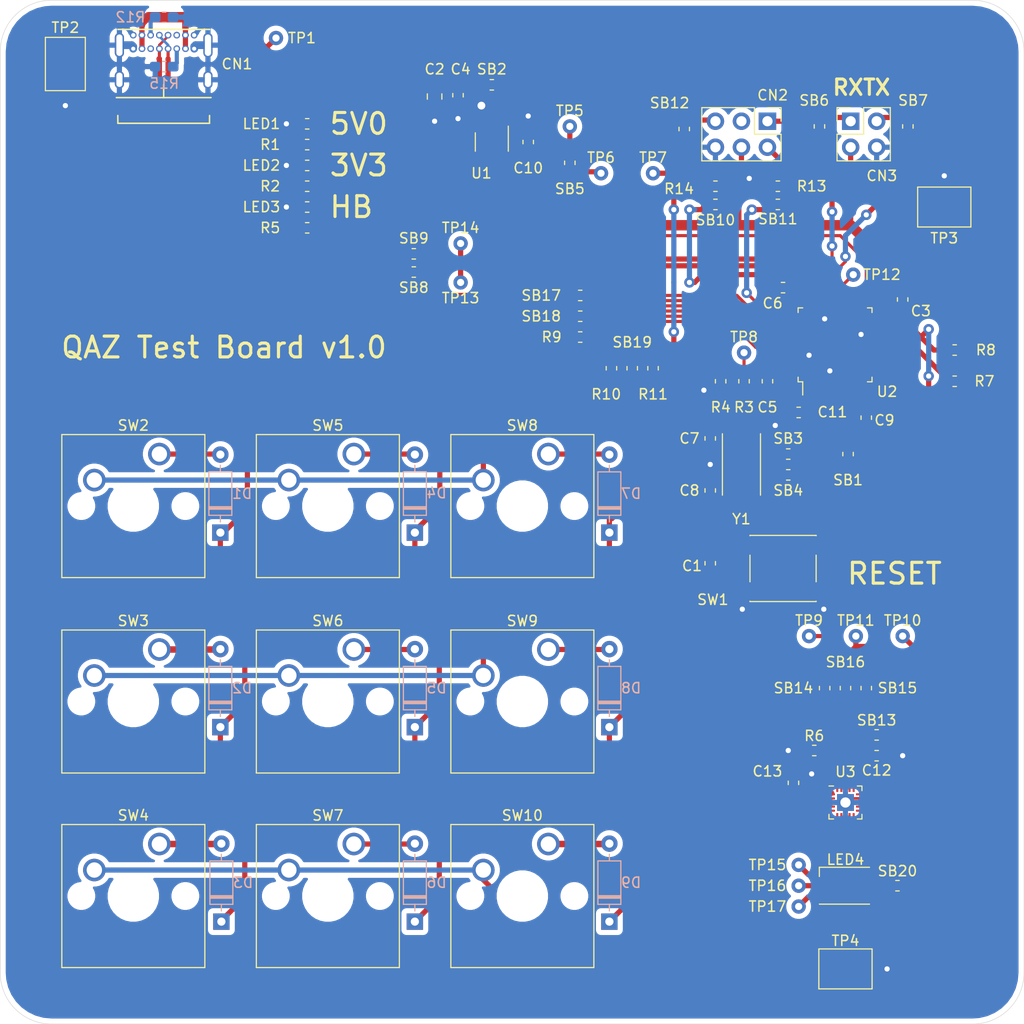
<source format=kicad_pcb>
(kicad_pcb (version 20171130) (host pcbnew "(5.1.6)-1")
  (title_block (title "QAZ Test Board") (date 2020-09-26) (rev v1.0) (company "Anthony Needles"))
  (layers (0 F.Cu signal) (31 B.Cu signal) (34 B.Paste user) (35 F.Paste user) (36 B.SilkS user) (37 F.SilkS user) (38 B.Mask user) (39 F.Mask user) (44 Edge.Cuts user))
  (net 0 "")
  (net 1 "Net-(C1-Pad2)")
  (net 2 GND)
  (net 3 +5V)
  (net 4 +3V3)
  (net 5 "Net-(C7-Pad1)")
  (net 6 "Net-(C8-Pad1)")
  (net 7 "Net-(C10-Pad2)")
  (net 8 "Net-(C13-Pad2)")
  (net 9 "Net-(CN1-PadA5)")
  (net 10 "/QAZ External Connections/USB_D+")
  (net 11 "/QAZ External Connections/USB_D-")
  (net 12 "Net-(CN1-PadA8)")
  (net 13 "Net-(CN1-PadB8)")
  (net 14 "Net-(CN1-PadB5)")
  (net 15 "/QAZ External Connections/nRESET")
  (net 16 "/QAZ External Connections/SWDIO")
  (net 17 "Net-(CN2-Pad3)")
  (net 18 "/QAZ External Connections/SWCLK")
  (net 19 "/QAZ External Connections/DBG_TX")
  (net 20 "/QAZ External Connections/DBG_RX")
  (net 21 "Net-(D1-Pad2)")
  (net 22 "/QAZ Testboard Keys/COL00")
  (net 23 "Net-(D2-Pad2)")
  (net 24 "Net-(D3-Pad2)")
  (net 25 "Net-(D4-Pad2)")
  (net 26 "/QAZ Testboard Keys/COL01")
  (net 27 "Net-(D5-Pad2)")
  (net 28 "Net-(D6-Pad2)")
  (net 29 "Net-(D7-Pad2)")
  (net 30 "/QAZ Testboard Keys/COL02")
  (net 31 "Net-(D8-Pad2)")
  (net 32 "Net-(D9-Pad2)")
  (net 33 "Net-(LED1-Pad2)")
  (net 34 "Net-(LED2-Pad2)")
  (net 35 "Net-(LED3-Pad2)")
  (net 36 "Net-(LED4-Pad4)")
  (net 37 /RGB0_B)
  (net 38 /RGB0_G)
  (net 39 /RGB0_R)
  (net 40 /BOOT0)
  (net 41 /HB_LED)
  (net 42 "Net-(R6-Pad2)")
  (net 43 /LED_SCL)
  (net 44 /LED_SDA)
  (net 45 /ROW00)
  (net 46 "/QAZ Testboard Keys/ROW00")
  (net 47 /ROW01)
  (net 48 "/QAZ Testboard Keys/ROW01")
  (net 49 /ROW02)
  (net 50 "/QAZ Testboard Keys/ROW02")
  (net 51 /nRESET)
  (net 52 "Net-(SB2-Pad2)")
  (net 53 /OSC_IN)
  (net 54 /OSC_OUT)
  (net 55 /DBG_RX)
  (net 56 /DBG_TX)
  (net 57 /USB_D+)
  (net 58 /USB_D-)
  (net 59 /SWDIO)
  (net 60 /SWCLK)
  (net 61 "Net-(SB14-Pad2)")
  (net 62 /LED_EN)
  (net 63 "Net-(SB15-Pad2)")
  (net 64 "Net-(SB16-Pad2)")
  (net 65 /COL00)
  (net 66 /COL01)
  (net 67 /COL02)
  (net 68 /CLKOUT)
  (net 69 "Net-(U1-Pad4)")
  (net 70 "Net-(U2-Pad46)")
  (net 71 "Net-(U2-Pad28)")
  (net 72 "Net-(U2-Pad27)")
  (net 73 "Net-(U2-Pad19)")
  (net 74 "Net-(U2-Pad18)")
  (net 75 "Net-(U2-Pad17)")
  (net 76 "Net-(U2-Pad16)")
  (net 77 "Net-(U2-Pad15)")
  (net 78 "Net-(U2-Pad14)")
  (net 79 "Net-(U2-Pad13)")
  (net 80 "Net-(U2-Pad12)")
  (net 81 "Net-(U2-Pad11)")
  (net 82 "Net-(U2-Pad10)")
  (net 83 "Net-(U2-Pad4)")
  (net 84 "Net-(U2-Pad3)")
  (net 85 "Net-(U2-Pad2)")
  (net 86 "Net-(U3-Pad7)")
  (net 87 "Net-(U3-Pad9)")
  (net 88 "Net-(U3-Pad8)")
  (net 89 "Net-(U3-Pad10)")
  (net 90 "Net-(U3-Pad5)")
  (net 91 "Net-(U3-Pad6)")
  (net 92 "Net-(U2-Pad25)")
  (net 93 "Net-(C12-Pad2)")
  (net 94 "Net-(U2-Pad45)")
  (module QAZ:TestPoint_SMD_1812_HS (layer F.Cu) (at 172.212 60.198)
    (fp_text reference TP3 (at 0 3.048) (layer F.SilkS))
    (fp_text value TestPoint_SMD_1812)
    (pad 1 smd rect (at 0 0) (size 4.6 3.3) (layers F.Cu F.Paste F.Mask) (net 2 GND))
  )
  (module Capacitor_SMD:C_0603_1608Metric_Pad1.05x0.95mm_HandSolder (layer F.Cu) (at 157.988 80.264)
    (fp_text reference C11 (at 3.3 -0.036) (layer F.SilkS))
    (fp_text value 100nF)
    (pad 2 smd roundrect (at 0.875 0) (size 1.05 0.95) (layers F.Cu F.Paste F.Mask) (net 4 +3V3))
    (pad 1 smd roundrect (at -0.875 0) (size 1.05 0.95) (layers F.Cu F.Paste F.Mask) (net 2 GND))
  )
  (module QAZ:TestPoint_Thruhole_0.7mm (layer F.Cu) (at 124.968 67.564)
    (fp_text reference TP14 (at 0 -5.334) (layer F.SilkS))
    (fp_text value TestPoint)
    (pad 1 thru_hole circle (at 0 0) (size 1.4 1.4) (drill 0.7) (layers *.Cu *.Mask) (net 57 /USB_D+))
  )
  (module QAZ:TestPoint_Thruhole_0.7mm (layer F.Cu) (at 124.968 63.754)
    (fp_text reference TP13 (at 0 5.334) (layer F.SilkS))
    (fp_text value TestPoint)
    (pad 1 thru_hole circle (at 0 0) (size 1.4 1.4) (drill 0.7) (layers *.Cu *.Mask) (net 58 /USB_D-))
  )
  (module QAZ:QFN-20-1EP_3x3mm_P0.4mm_EP1.65x1.65mm_HS (layer F.Cu) (at 162.56 118.364)
    (fp_text reference U3 (at 0 -3) (layer F.SilkS))
    (fp_text value LP5009RUKR)
    (pad 21 thru_hole rect (at 0 0) (size 1.65 1.65) (drill 1) (layers *.Cu *.Mask) (net 2 GND))
    (pad 2 smd roundrect (at -1.65 -0.4) (size 1.25 0.2) (layers F.Cu F.Paste F.Mask) (net 39 /RGB0_R))
    (pad 1 smd roundrect (at -1.65 -0.8) (size 1.25 0.2) (layers F.Cu F.Paste F.Mask) (net 8 "Net-(C13-Pad2)"))
    (pad 3 smd roundrect (at -1.65 0) (size 1.25 0.2) (layers F.Cu F.Paste F.Mask) (net 38 /RGB0_G))
    (pad 7 smd roundrect (at -0.4 1.65) (size 0.2 1.25) (layers F.Cu F.Paste F.Mask) (net 86 "Net-(U3-Pad7)"))
    (pad 12 smd roundrect (at 1.65 0.4) (size 1.25 0.2) (layers F.Cu F.Paste F.Mask))
    (pad 9 smd roundrect (at 0.4 1.65) (size 0.2 1.25) (layers F.Cu F.Paste F.Mask) (net 87 "Net-(U3-Pad9)"))
    (pad 20 smd roundrect (at -0.8 -1.65) (size 0.2 1.25) (layers F.Cu F.Paste F.Mask) (net 42 "Net-(R6-Pad2)"))
    (pad 17 smd roundrect (at 0.4 -1.65) (size 0.2 1.25) (layers F.Cu F.Paste F.Mask) (net 63 "Net-(SB15-Pad2)"))
    (pad 4 smd roundrect (at -1.65 0.4) (size 1.25 0.2) (layers F.Cu F.Paste F.Mask) (net 37 /RGB0_B))
    (pad 8 smd roundrect (at 0 1.65) (size 0.2 1.25) (layers F.Cu F.Paste F.Mask) (net 88 "Net-(U3-Pad8)"))
    (pad 15 smd roundrect (at 1.65 -0.8) (size 1.25 0.2) (layers F.Cu F.Paste F.Mask) (net 2 GND))
    (pad 10 smd roundrect (at 0.8 1.65) (size 0.2 1.25) (layers F.Cu F.Paste F.Mask) (net 89 "Net-(U3-Pad10)"))
    (pad 19 smd roundrect (at -0.4 -1.65) (size 0.2 1.25) (layers F.Cu F.Paste F.Mask) (net 61 "Net-(SB14-Pad2)"))
    (pad 16 smd roundrect (at 0.8 -1.65) (size 0.2 1.25) (layers F.Cu F.Paste F.Mask) (net 93 "Net-(C12-Pad2)"))
    (pad 13 smd roundrect (at 1.65 0) (size 1.25 0.2) (layers F.Cu F.Paste F.Mask))
    (pad 5 smd roundrect (at -1.65 0.8) (size 1.25 0.2) (layers F.Cu F.Paste F.Mask) (net 90 "Net-(U3-Pad5)"))
    (pad 11 smd roundrect (at 1.65 0.8) (size 1.25 0.2) (layers F.Cu F.Paste F.Mask))
    (pad 18 smd roundrect (at 0 -1.65) (size 0.2 1.25) (layers F.Cu F.Paste F.Mask) (net 64 "Net-(SB16-Pad2)"))
    (pad 6 smd roundrect (at -0.8 1.65) (size 0.2 1.25) (layers F.Cu F.Paste F.Mask) (net 91 "Net-(U3-Pad6)"))
    (pad 14 smd roundrect (at 1.65 -0.4) (size 1.25 0.2) (layers F.Cu F.Paste F.Mask) (net 2 GND))
  )
  (module QAZ:Crystal_SMD_Abracon_ABM7-2Pin_6.0x3.5mm_HS (layer F.Cu) (at 152.4 85.344 270)
    (fp_text reference Y1 (at 5.334 0 180) (layer F.SilkS))
    (fp_text value 8.0000MHz)
    (pad 2 smd rect (at 2.65 0 270) (size 2.9 2.6) (layers F.Cu F.Paste F.Mask) (net 6 "Net-(C8-Pad1)"))
    (pad 1 smd rect (at -2.85 0 270) (size 2.9 2.6) (layers F.Cu F.Paste F.Mask) (net 5 "Net-(C7-Pad1)"))
  )
  (module Package_QFP:LQFP-48_7x7mm_P0.5mm (layer F.Cu) (at 161.544 73.66 90)
    (fp_text reference U2 (at -4.572 5.08 180) (layer F.SilkS))
    (fp_text value STM32F042C6Tx)
    (pad 48 smd roundrect (at -2.75 -4.1625 90) (size 0.3 1.475) (layers F.Cu F.Paste F.Mask) (net 4 +3V3))
    (pad 47 smd roundrect (at -2.25 -4.1625 90) (size 0.3 1.475) (layers F.Cu F.Paste F.Mask) (net 2 GND))
    (pad 46 smd roundrect (at -1.75 -4.1625 90) (size 0.3 1.475) (layers F.Cu F.Paste F.Mask) (net 70 "Net-(U2-Pad46)"))
    (pad 45 smd roundrect (at -1.25 -4.1625 90) (size 0.3 1.475) (layers F.Cu F.Paste F.Mask) (net 94 "Net-(U2-Pad45)"))
    (pad 44 smd roundrect (at -0.75 -4.1625 90) (size 0.3 1.475) (layers F.Cu F.Paste F.Mask) (net 40 /BOOT0))
    (pad 43 smd roundrect (at -0.25 -4.1625 90) (size 0.3 1.475) (layers F.Cu F.Paste F.Mask) (net 49 /ROW02))
    (pad 42 smd roundrect (at 0.25 -4.1625 90) (size 0.3 1.475) (layers F.Cu F.Paste F.Mask) (net 67 /COL02))
    (pad 41 smd roundrect (at 0.75 -4.1625 90) (size 0.3 1.475) (layers F.Cu F.Paste F.Mask) (net 47 /ROW01))
    (pad 40 smd roundrect (at 1.25 -4.1625 90) (size 0.3 1.475) (layers F.Cu F.Paste F.Mask) (net 45 /ROW00))
    (pad 39 smd roundrect (at 1.75 -4.1625 90) (size 0.3 1.475) (layers F.Cu F.Paste F.Mask) (net 66 /COL01))
    (pad 38 smd roundrect (at 2.25 -4.1625 90) (size 0.3 1.475) (layers F.Cu F.Paste F.Mask) (net 65 /COL00))
    (pad 37 smd roundrect (at 2.75 -4.1625 90) (size 0.3 1.475) (layers F.Cu F.Paste F.Mask) (net 60 /SWCLK))
    (pad 36 smd roundrect (at 4.1625 -2.75 90) (size 1.475 0.3) (layers F.Cu F.Paste F.Mask) (net 4 +3V3))
    (pad 35 smd roundrect (at 4.1625 -2.25 90) (size 1.475 0.3) (layers F.Cu F.Paste F.Mask) (net 2 GND))
    (pad 34 smd roundrect (at 4.1625 -1.75 90) (size 1.475 0.3) (layers F.Cu F.Paste F.Mask) (net 59 /SWDIO))
    (pad 33 smd roundrect (at 4.1625 -1.25 90) (size 1.475 0.3) (layers F.Cu F.Paste F.Mask) (net 57 /USB_D+))
    (pad 32 smd roundrect (at 4.1625 -0.75 90) (size 1.475 0.3) (layers F.Cu F.Paste F.Mask) (net 58 /USB_D-))
    (pad 31 smd roundrect (at 4.1625 -0.25 90) (size 1.475 0.3) (layers F.Cu F.Paste F.Mask) (net 55 /DBG_RX))
    (pad 30 smd roundrect (at 4.1625 0.25 90) (size 1.475 0.3) (layers F.Cu F.Paste F.Mask) (net 56 /DBG_TX))
    (pad 29 smd roundrect (at 4.1625 0.75 90) (size 1.475 0.3) (layers F.Cu F.Paste F.Mask) (net 68 /CLKOUT))
    (pad 28 smd roundrect (at 4.1625 1.25 90) (size 1.475 0.3) (layers F.Cu F.Paste F.Mask) (net 71 "Net-(U2-Pad28)"))
    (pad 27 smd roundrect (at 4.1625 1.75 90) (size 1.475 0.3) (layers F.Cu F.Paste F.Mask) (net 72 "Net-(U2-Pad27)"))
    (pad 26 smd roundrect (at 4.1625 2.25 90) (size 1.475 0.3) (layers F.Cu F.Paste F.Mask) (net 41 /HB_LED))
    (pad 25 smd roundrect (at 4.1625 2.75 90) (size 1.475 0.3) (layers F.Cu F.Paste F.Mask) (net 92 "Net-(U2-Pad25)"))
    (pad 24 smd roundrect (at 2.75 4.1625 90) (size 0.3 1.475) (layers F.Cu F.Paste F.Mask) (net 4 +3V3))
    (pad 23 smd roundrect (at 2.25 4.1625 90) (size 0.3 1.475) (layers F.Cu F.Paste F.Mask) (net 2 GND))
    (pad 22 smd roundrect (at 1.75 4.1625 90) (size 0.3 1.475) (layers F.Cu F.Paste F.Mask) (net 44 /LED_SDA))
    (pad 21 smd roundrect (at 1.25 4.1625 90) (size 0.3 1.475) (layers F.Cu F.Paste F.Mask) (net 43 /LED_SCL))
    (pad 20 smd roundrect (at 0.75 4.1625 90) (size 0.3 1.475) (layers F.Cu F.Paste F.Mask) (net 62 /LED_EN))
    (pad 19 smd roundrect (at 0.25 4.1625 90) (size 0.3 1.475) (layers F.Cu F.Paste F.Mask) (net 73 "Net-(U2-Pad19)"))
    (pad 18 smd roundrect (at -0.25 4.1625 90) (size 0.3 1.475) (layers F.Cu F.Paste F.Mask) (net 74 "Net-(U2-Pad18)"))
    (pad 17 smd roundrect (at -0.75 4.1625 90) (size 0.3 1.475) (layers F.Cu F.Paste F.Mask) (net 75 "Net-(U2-Pad17)"))
    (pad 16 smd roundrect (at -1.25 4.1625 90) (size 0.3 1.475) (layers F.Cu F.Paste F.Mask) (net 76 "Net-(U2-Pad16)"))
    (pad 15 smd roundrect (at -1.75 4.1625 90) (size 0.3 1.475) (layers F.Cu F.Paste F.Mask) (net 77 "Net-(U2-Pad15)"))
    (pad 14 smd roundrect (at -2.25 4.1625 90) (size 0.3 1.475) (layers F.Cu F.Paste F.Mask) (net 78 "Net-(U2-Pad14)"))
    (pad 13 smd roundrect (at -2.75 4.1625 90) (size 0.3 1.475) (layers F.Cu F.Paste F.Mask) (net 79 "Net-(U2-Pad13)"))
    (pad 12 smd roundrect (at -4.1625 2.75 90) (size 1.475 0.3) (layers F.Cu F.Paste F.Mask) (net 80 "Net-(U2-Pad12)"))
    (pad 11 smd roundrect (at -4.1625 2.25 90) (size 1.475 0.3) (layers F.Cu F.Paste F.Mask) (net 81 "Net-(U2-Pad11)"))
    (pad 10 smd roundrect (at -4.1625 1.75 90) (size 1.475 0.3) (layers F.Cu F.Paste F.Mask) (net 82 "Net-(U2-Pad10)"))
    (pad 9 smd roundrect (at -4.1625 1.25 90) (size 1.475 0.3) (layers F.Cu F.Paste F.Mask) (net 4 +3V3))
    (pad 8 smd roundrect (at -4.1625 0.75 90) (size 1.475 0.3) (layers F.Cu F.Paste F.Mask) (net 2 GND))
    (pad 7 smd roundrect (at -4.1625 0.25 90) (size 1.475 0.3) (layers F.Cu F.Paste F.Mask) (net 51 /nRESET))
    (pad 6 smd roundrect (at -4.1625 -0.25 90) (size 1.475 0.3) (layers F.Cu F.Paste F.Mask) (net 54 /OSC_OUT))
    (pad 5 smd roundrect (at -4.1625 -0.75 90) (size 1.475 0.3) (layers F.Cu F.Paste F.Mask) (net 53 /OSC_IN))
    (pad 4 smd roundrect (at -4.1625 -1.25 90) (size 1.475 0.3) (layers F.Cu F.Paste F.Mask) (net 83 "Net-(U2-Pad4)"))
    (pad 3 smd roundrect (at -4.1625 -1.75 90) (size 1.475 0.3) (layers F.Cu F.Paste F.Mask) (net 84 "Net-(U2-Pad3)"))
    (pad 2 smd roundrect (at -4.1625 -2.25 90) (size 1.475 0.3) (layers F.Cu F.Paste F.Mask) (net 85 "Net-(U2-Pad2)"))
    (pad 1 smd roundrect (at -4.1625 -2.75 90) (size 1.475 0.3) (layers F.Cu F.Paste F.Mask) (net 4 +3V3))
  )
  (module Package_TO_SOT_SMD:SOT-23-5 (layer F.Cu) (at 128.016 53.848 270)
    (fp_text reference U1 (at 3.048 1.016 180) (layer F.SilkS))
    (fp_text value AP2112K-3.3)
    (pad 5 smd rect (at 1.1 -0.95 270) (size 1.06 0.65) (layers F.Cu F.Paste F.Mask) (net 7 "Net-(C10-Pad2)"))
    (pad 4 smd rect (at 1.1 0.95 270) (size 1.06 0.65) (layers F.Cu F.Paste F.Mask) (net 69 "Net-(U1-Pad4)"))
    (pad 3 smd rect (at -1.1 0.95 270) (size 1.06 0.65) (layers F.Cu F.Paste F.Mask) (net 52 "Net-(SB2-Pad2)"))
    (pad 2 smd rect (at -1.1 0 270) (size 1.06 0.65) (layers F.Cu F.Paste F.Mask) (net 2 GND))
    (pad 1 smd rect (at -1.1 -0.95 270) (size 1.06 0.65) (layers F.Cu F.Paste F.Mask) (net 52 "Net-(SB2-Pad2)"))
  )
  (module QAZ:TestPoint_Thruhole_0.7mm (layer F.Cu) (at 157.988 128.524)
    (fp_text reference TP17 (at -3.048 0) (layer F.SilkS))
    (fp_text value TestPoint)
    (pad 1 thru_hole circle (at 0 0) (size 1.4 1.4) (drill 0.7) (layers *.Cu *.Mask) (net 37 /RGB0_B))
  )
  (module QAZ:TestPoint_Thruhole_0.7mm (layer F.Cu) (at 157.988 126.492)
    (fp_text reference TP16 (at -3.048 0) (layer F.SilkS))
    (fp_text value TestPoint)
    (pad 1 thru_hole circle (at 0 0) (size 1.4 1.4) (drill 0.7) (layers *.Cu *.Mask) (net 38 /RGB0_G))
  )
  (module QAZ:TestPoint_Thruhole_0.7mm (layer F.Cu) (at 157.988 124.46)
    (fp_text reference TP15 (at -3.048 0) (layer F.SilkS))
    (fp_text value TestPoint)
    (pad 1 thru_hole circle (at 0 0) (size 1.4 1.4) (drill 0.7) (layers *.Cu *.Mask) (net 39 /RGB0_R))
  )
  (module QAZ:TestPoint_Thruhole_0.7mm (layer F.Cu) (at 163.322 66.802)
    (fp_text reference TP12 (at 2.794 0) (layer F.SilkS))
    (fp_text value TestPoint)
    (pad 1 thru_hole circle (at 0 0) (size 1.4 1.4) (drill 0.7) (layers *.Cu *.Mask) (net 68 /CLKOUT))
  )
  (module QAZ:TestPoint_Thruhole_0.7mm (layer F.Cu) (at 159.004 102.108)
    (fp_text reference TP9 (at 0 -1.524) (layer F.SilkS))
    (fp_text value TestPoint)
    (pad 1 thru_hole circle (at 0 0) (size 1.4 1.4) (drill 0.7) (layers *.Cu *.Mask) (net 62 /LED_EN))
  )
  (module QAZ:TestPoint_Thruhole_0.7mm (layer F.Cu) (at 163.576 102.108)
    (fp_text reference TP11 (at 0 -1.524) (layer F.SilkS))
    (fp_text value TestPoint)
    (pad 1 thru_hole circle (at 0 0) (size 1.4 1.4) (drill 0.7) (layers *.Cu *.Mask) (net 44 /LED_SDA))
  )
  (module QAZ:TestPoint_Thruhole_0.7mm (layer F.Cu) (at 168.148 102.108)
    (fp_text reference TP10 (at 0 -1.524) (layer F.SilkS))
    (fp_text value TestPoint)
    (pad 1 thru_hole circle (at 0 0) (size 1.4 1.4) (drill 0.7) (layers *.Cu *.Mask) (net 43 /LED_SCL))
  )
  (module QAZ:TestPoint_Thruhole_0.7mm (layer F.Cu) (at 152.654 74.422)
    (fp_text reference TP8 (at 0 -1.524) (layer F.SilkS))
    (fp_text value TestPoint)
    (pad 1 thru_hole circle (at 0 0) (size 1.4 1.4) (drill 0.7) (layers *.Cu *.Mask) (net 40 /BOOT0))
  )
  (module QAZ:TestPoint_Thruhole_0.7mm (layer F.Cu) (at 143.764 56.896)
    (fp_text reference TP7 (at 0 -1.524) (layer F.SilkS))
    (fp_text value TestPoint)
    (pad 1 thru_hole circle (at 0 0) (size 1.4 1.4) (drill 0.7) (layers *.Cu *.Mask) (net 51 /nRESET))
  )
  (module QAZ:TestPoint_Thruhole_0.7mm (layer F.Cu) (at 138.684 56.896)
    (fp_text reference TP6 (at 0 -1.524) (layer F.SilkS))
    (fp_text value TestPoint)
    (pad 1 thru_hole circle (at 0 0) (size 1.4 1.4) (drill 0.7) (layers *.Cu *.Mask) (net 4 +3V3))
  )
  (module QAZ:TestPoint_Thruhole_0.7mm (layer F.Cu) (at 135.636 52.324)
    (fp_text reference TP5 (at 0 -1.524) (layer F.SilkS))
    (fp_text value TestPoint)
    (pad 1 thru_hole circle (at 0 0) (size 1.4 1.4) (drill 0.7) (layers *.Cu *.Mask) (net 7 "Net-(C10-Pad2)"))
  )
  (module QAZ:TestPoint_SMD_1812_HS (layer F.Cu) (at 162.56 134.62)
    (fp_text reference TP4 (at 0 -2.75) (layer F.SilkS))
    (fp_text value TestPoint_SMD_1812)
    (pad 1 smd rect (at 0 0) (size 4.6 3.3) (layers F.Cu F.Paste F.Mask) (net 2 GND))
  )
  (module QAZ:TestPoint_SMD_1812_HS (layer F.Cu) (at 86.36 46.228 90)
    (fp_text reference TP2 (at 3.556 0 180) (layer F.SilkS))
    (fp_text value TestPoint_SMD_1812)
    (pad 1 smd rect (at 0 0 90) (size 4.6 3.3) (layers F.Cu F.Paste F.Mask) (net 2 GND))
  )
  (module QAZ:TestPoint_Thruhole_0.7mm (layer F.Cu) (at 106.934 43.688)
    (fp_text reference TP1 (at 2.54 0) (layer F.SilkS))
    (fp_text value TestPoint)
    (pad 1 thru_hole circle (at 0 0) (size 1.4 1.4) (drill 0.7) (layers *.Cu *.Mask) (net 3 +5V))
  )
  (module Button_Switch_Keyboard:SW_Cherry_MX_1.00u_PCB (layer F.Cu) (at 133.54 122.42)
    (fp_text reference SW10 (at -2.54 -2.794) (layer F.SilkS))
    (fp_text value "Cherry MX")
    (pad "" np_thru_hole circle (at 2.54 5.08) (size 1.7 1.7) (drill 1.7) (layers *.Cu *.Mask))
    (pad "" np_thru_hole circle (at -7.62 5.08) (size 1.7 1.7) (drill 1.7) (layers *.Cu *.Mask))
    (pad "" np_thru_hole circle (at -2.54 5.08) (size 4 4) (drill 4) (layers *.Cu *.Mask))
    (pad 2 thru_hole circle (at -6.35 2.54) (size 2.2 2.2) (drill 1.5) (layers *.Cu *.Mask) (net 50 "/QAZ Testboard Keys/ROW02"))
    (pad 1 thru_hole circle (at 0 0) (size 2.2 2.2) (drill 1.5) (layers *.Cu *.Mask) (net 32 "Net-(D9-Pad2)"))
  )
  (module Button_Switch_Keyboard:SW_Cherry_MX_1.00u_PCB (layer F.Cu) (at 133.54 103.42)
    (fp_text reference SW9 (at -2.54 -2.794) (layer F.SilkS))
    (fp_text value "Cherry MX")
    (pad "" np_thru_hole circle (at 2.54 5.08) (size 1.7 1.7) (drill 1.7) (layers *.Cu *.Mask))
    (pad "" np_thru_hole circle (at -7.62 5.08) (size 1.7 1.7) (drill 1.7) (layers *.Cu *.Mask))
    (pad "" np_thru_hole circle (at -2.54 5.08) (size 4 4) (drill 4) (layers *.Cu *.Mask))
    (pad 2 thru_hole circle (at -6.35 2.54) (size 2.2 2.2) (drill 1.5) (layers *.Cu *.Mask) (net 48 "/QAZ Testboard Keys/ROW01"))
    (pad 1 thru_hole circle (at 0 0) (size 2.2 2.2) (drill 1.5) (layers *.Cu *.Mask) (net 31 "Net-(D8-Pad2)"))
  )
  (module Button_Switch_Keyboard:SW_Cherry_MX_1.00u_PCB (layer F.Cu) (at 133.54 84.328)
    (fp_text reference SW8 (at -2.54 -2.794) (layer F.SilkS))
    (fp_text value "Cherry MX")
    (pad "" np_thru_hole circle (at 2.54 5.08) (size 1.7 1.7) (drill 1.7) (layers *.Cu *.Mask))
    (pad "" np_thru_hole circle (at -7.62 5.08) (size 1.7 1.7) (drill 1.7) (layers *.Cu *.Mask))
    (pad "" np_thru_hole circle (at -2.54 5.08) (size 4 4) (drill 4) (layers *.Cu *.Mask))
    (pad 2 thru_hole circle (at -6.35 2.54) (size 2.2 2.2) (drill 1.5) (layers *.Cu *.Mask) (net 46 "/QAZ Testboard Keys/ROW00"))
    (pad 1 thru_hole circle (at 0 0) (size 2.2 2.2) (drill 1.5) (layers *.Cu *.Mask) (net 29 "Net-(D7-Pad2)"))
  )
  (module Button_Switch_Keyboard:SW_Cherry_MX_1.00u_PCB (layer F.Cu) (at 114.54 122.42)
    (fp_text reference SW7 (at -2.54 -2.794) (layer F.SilkS))
    (fp_text value "Cherry MX")
    (pad "" np_thru_hole circle (at 2.54 5.08) (size 1.7 1.7) (drill 1.7) (layers *.Cu *.Mask))
    (pad "" np_thru_hole circle (at -7.62 5.08) (size 1.7 1.7) (drill 1.7) (layers *.Cu *.Mask))
    (pad "" np_thru_hole circle (at -2.54 5.08) (size 4 4) (drill 4) (layers *.Cu *.Mask))
    (pad 2 thru_hole circle (at -6.35 2.54) (size 2.2 2.2) (drill 1.5) (layers *.Cu *.Mask) (net 50 "/QAZ Testboard Keys/ROW02"))
    (pad 1 thru_hole circle (at 0 0) (size 2.2 2.2) (drill 1.5) (layers *.Cu *.Mask) (net 28 "Net-(D6-Pad2)"))
  )
  (module Button_Switch_Keyboard:SW_Cherry_MX_1.00u_PCB (layer F.Cu) (at 114.54 103.42)
    (fp_text reference SW6 (at -2.54 -2.794) (layer F.SilkS))
    (fp_text value "Cherry MX")
    (pad "" np_thru_hole circle (at 2.54 5.08) (size 1.7 1.7) (drill 1.7) (layers *.Cu *.Mask))
    (pad "" np_thru_hole circle (at -7.62 5.08) (size 1.7 1.7) (drill 1.7) (layers *.Cu *.Mask))
    (pad "" np_thru_hole circle (at -2.54 5.08) (size 4 4) (drill 4) (layers *.Cu *.Mask))
    (pad 2 thru_hole circle (at -6.35 2.54) (size 2.2 2.2) (drill 1.5) (layers *.Cu *.Mask) (net 48 "/QAZ Testboard Keys/ROW01"))
    (pad 1 thru_hole circle (at 0 0) (size 2.2 2.2) (drill 1.5) (layers *.Cu *.Mask) (net 27 "Net-(D5-Pad2)"))
  )
  (module Button_Switch_Keyboard:SW_Cherry_MX_1.00u_PCB (layer F.Cu) (at 114.54 84.328)
    (fp_text reference SW5 (at -2.54 -2.794) (layer F.SilkS))
    (fp_text value "Cherry MX")
    (pad "" np_thru_hole circle (at 2.54 5.08) (size 1.7 1.7) (drill 1.7) (layers *.Cu *.Mask))
    (pad "" np_thru_hole circle (at -7.62 5.08) (size 1.7 1.7) (drill 1.7) (layers *.Cu *.Mask))
    (pad "" np_thru_hole circle (at -2.54 5.08) (size 4 4) (drill 4) (layers *.Cu *.Mask))
    (pad 2 thru_hole circle (at -6.35 2.54) (size 2.2 2.2) (drill 1.5) (layers *.Cu *.Mask) (net 46 "/QAZ Testboard Keys/ROW00"))
    (pad 1 thru_hole circle (at 0 0) (size 2.2 2.2) (drill 1.5) (layers *.Cu *.Mask) (net 25 "Net-(D4-Pad2)"))
  )
  (module Button_Switch_Keyboard:SW_Cherry_MX_1.00u_PCB (layer F.Cu) (at 95.54 122.42)
    (fp_text reference SW4 (at -2.54 -2.794) (layer F.SilkS))
    (fp_text value "Cherry MX")
    (pad "" np_thru_hole circle (at 2.54 5.08) (size 1.7 1.7) (drill 1.7) (layers *.Cu *.Mask))
    (pad "" np_thru_hole circle (at -7.62 5.08) (size 1.7 1.7) (drill 1.7) (layers *.Cu *.Mask))
    (pad "" np_thru_hole circle (at -2.54 5.08) (size 4 4) (drill 4) (layers *.Cu *.Mask))
    (pad 2 thru_hole circle (at -6.35 2.54) (size 2.2 2.2) (drill 1.5) (layers *.Cu *.Mask) (net 50 "/QAZ Testboard Keys/ROW02"))
    (pad 1 thru_hole circle (at 0 0) (size 2.2 2.2) (drill 1.5) (layers *.Cu *.Mask) (net 24 "Net-(D3-Pad2)"))
  )
  (module Button_Switch_Keyboard:SW_Cherry_MX_1.00u_PCB (layer F.Cu) (at 95.54 103.42)
    (fp_text reference SW3 (at -2.54 -2.794) (layer F.SilkS))
    (fp_text value "Cherry MX")
    (pad "" np_thru_hole circle (at 2.54 5.08) (size 1.7 1.7) (drill 1.7) (layers *.Cu *.Mask))
    (pad "" np_thru_hole circle (at -7.62 5.08) (size 1.7 1.7) (drill 1.7) (layers *.Cu *.Mask))
    (pad "" np_thru_hole circle (at -2.54 5.08) (size 4 4) (drill 4) (layers *.Cu *.Mask))
    (pad 2 thru_hole circle (at -6.35 2.54) (size 2.2 2.2) (drill 1.5) (layers *.Cu *.Mask) (net 48 "/QAZ Testboard Keys/ROW01"))
    (pad 1 thru_hole circle (at 0 0) (size 2.2 2.2) (drill 1.5) (layers *.Cu *.Mask) (net 23 "Net-(D2-Pad2)"))
  )
  (module Button_Switch_Keyboard:SW_Cherry_MX_1.00u_PCB (layer F.Cu) (at 95.54 84.328)
    (fp_text reference SW2 (at -2.54 -2.794) (layer F.SilkS))
    (fp_text value "Cherry MX")
    (pad "" np_thru_hole circle (at 2.54 5.08) (size 1.7 1.7) (drill 1.7) (layers *.Cu *.Mask))
    (pad "" np_thru_hole circle (at -7.62 5.08) (size 1.7 1.7) (drill 1.7) (layers *.Cu *.Mask))
    (pad "" np_thru_hole circle (at -2.54 5.08) (size 4 4) (drill 4) (layers *.Cu *.Mask))
    (pad 2 thru_hole circle (at -6.35 2.54) (size 2.2 2.2) (drill 1.5) (layers *.Cu *.Mask) (net 46 "/QAZ Testboard Keys/ROW00"))
    (pad 1 thru_hole circle (at 0 0) (size 2.2 2.2) (drill 1.5) (layers *.Cu *.Mask) (net 21 "Net-(D1-Pad2)"))
  )
  (module Button_Switch_SMD:SW_SPST_PTS645 (layer F.Cu) (at 156.464 95.504 180)
    (fp_text reference SW1 (at 6.858 -3.048) (layer F.SilkS))
    (fp_text value PTS645)
    (pad 2 smd rect (at 3.98 2.25 180) (size 1.55 1.3) (layers F.Cu F.Paste F.Mask) (net 1 "Net-(C1-Pad2)"))
    (pad 1 smd rect (at 3.98 -2.25 180) (size 1.55 1.3) (layers F.Cu F.Paste F.Mask) (net 2 GND))
    (pad 1 smd rect (at -3.98 -2.25 180) (size 1.55 1.3) (layers F.Cu F.Paste F.Mask) (net 2 GND))
    (pad 2 smd rect (at -3.98 2.25 180) (size 1.55 1.3) (layers F.Cu F.Paste F.Mask) (net 1 "Net-(C1-Pad2)"))
  )
  (module Resistor_SMD:R_0603_1608Metric_Pad1.05x0.95mm_HandSolder (layer F.Cu) (at 167.64 126.492)
    (fp_text reference SB20 (at 0 -1.43) (layer F.SilkS))
    (fp_text value SolderBridge)
    (pad 2 smd roundrect (at 0.875 0) (size 1.05 0.95) (layers F.Cu F.Paste F.Mask) (net 3 +5V))
    (pad 1 smd roundrect (at -0.875 0) (size 1.05 0.95) (layers F.Cu F.Paste F.Mask) (net 36 "Net-(LED4-Pad4)"))
  )
  (module Resistor_SMD:R_0603_1608Metric_Pad1.05x0.95mm_HandSolder (layer F.Cu) (at 141.732 75.946 90)
    (fp_text reference SB19 (at 2.54 0 180) (layer F.SilkS))
    (fp_text value SolderBridge)
    (pad 2 smd roundrect (at 0.875 0 90) (size 1.05 0.95) (layers F.Cu F.Paste F.Mask) (net 67 /COL02))
    (pad 1 smd roundrect (at -0.875 0 90) (size 1.05 0.95) (layers F.Cu F.Paste F.Mask) (net 30 "/QAZ Testboard Keys/COL02"))
  )
  (module Resistor_SMD:R_0603_1608Metric_Pad1.05x0.95mm_HandSolder (layer F.Cu) (at 136.652 70.866)
    (fp_text reference SB18 (at -3.81 0) (layer F.SilkS))
    (fp_text value SolderBridge)
    (pad 2 smd roundrect (at 0.875 0) (size 1.05 0.95) (layers F.Cu F.Paste F.Mask) (net 66 /COL01))
    (pad 1 smd roundrect (at -0.875 0) (size 1.05 0.95) (layers F.Cu F.Paste F.Mask) (net 26 "/QAZ Testboard Keys/COL01"))
  )
  (module Resistor_SMD:R_0603_1608Metric_Pad1.05x0.95mm_HandSolder (layer F.Cu) (at 136.652 68.834)
    (fp_text reference SB17 (at -3.81 0) (layer F.SilkS))
    (fp_text value SolderBridge)
    (pad 2 smd roundrect (at 0.875 0) (size 1.05 0.95) (layers F.Cu F.Paste F.Mask) (net 65 /COL00))
    (pad 1 smd roundrect (at -0.875 0) (size 1.05 0.95) (layers F.Cu F.Paste F.Mask) (net 22 "/QAZ Testboard Keys/COL00"))
  )
  (module Resistor_SMD:R_0603_1608Metric_Pad1.05x0.95mm_HandSolder (layer F.Cu) (at 162.56 107.188 270)
    (fp_text reference SB16 (at -2.54 0 180) (layer F.SilkS))
    (fp_text value SolderBridge)
    (pad 2 smd roundrect (at 0.875 0 270) (size 1.05 0.95) (layers F.Cu F.Paste F.Mask) (net 64 "Net-(SB16-Pad2)"))
    (pad 1 smd roundrect (at -0.875 0 270) (size 1.05 0.95) (layers F.Cu F.Paste F.Mask) (net 44 /LED_SDA))
  )
  (module Resistor_SMD:R_0603_1608Metric_Pad1.05x0.95mm_HandSolder (layer F.Cu) (at 164.592 107.188 270)
    (fp_text reference SB15 (at 0 -3.048 180) (layer F.SilkS))
    (fp_text value SolderBridge)
    (pad 2 smd roundrect (at 0.875 0 270) (size 1.05 0.95) (layers F.Cu F.Paste F.Mask) (net 63 "Net-(SB15-Pad2)"))
    (pad 1 smd roundrect (at -0.875 0 270) (size 1.05 0.95) (layers F.Cu F.Paste F.Mask) (net 43 /LED_SCL))
  )
  (module Resistor_SMD:R_0603_1608Metric_Pad1.05x0.95mm_HandSolder (layer F.Cu) (at 160.528 107.188 270)
    (fp_text reference SB14 (at 0 3.048 180) (layer F.SilkS))
    (fp_text value SolderBridge)
    (pad 2 smd roundrect (at 0.875 0 270) (size 1.05 0.95) (layers F.Cu F.Paste F.Mask) (net 61 "Net-(SB14-Pad2)"))
    (pad 1 smd roundrect (at -0.875 0 270) (size 1.05 0.95) (layers F.Cu F.Paste F.Mask) (net 62 /LED_EN))
  )
  (module Resistor_SMD:R_0603_1608Metric_Pad1.05x0.95mm_HandSolder (layer F.Cu) (at 165.608 111.76)
    (fp_text reference SB13 (at 0 -1.43) (layer F.SilkS))
    (fp_text value SolderBridge)
    (pad 2 smd roundrect (at 0.875 0) (size 1.05 0.95) (layers F.Cu F.Paste F.Mask) (net 4 +3V3))
    (pad 1 smd roundrect (at -0.875 0) (size 1.05 0.95) (layers F.Cu F.Paste F.Mask) (net 93 "Net-(C12-Pad2)"))
  )
  (module Resistor_SMD:R_0603_1608Metric_Pad1.05x0.95mm_HandSolder (layer F.Cu) (at 146.812 52.578 90)
    (fp_text reference SB12 (at 2.54 -1.43 180) (layer F.SilkS))
    (fp_text value SolderBridge)
    (pad 2 smd roundrect (at 0.875 0 90) (size 1.05 0.95) (layers F.Cu F.Paste F.Mask) (net 15 "/QAZ External Connections/nRESET"))
    (pad 1 smd roundrect (at -0.875 0 90) (size 1.05 0.95) (layers F.Cu F.Paste F.Mask) (net 51 /nRESET))
  )
  (module Resistor_SMD:R_0603_1608Metric_Pad1.05x0.95mm_HandSolder (layer F.Cu) (at 155.956 59.944 180)
    (fp_text reference SB11 (at 0 -1.43) (layer F.SilkS))
    (fp_text value SolderBridge)
    (pad 2 smd roundrect (at 0.875 0 180) (size 1.05 0.95) (layers F.Cu F.Paste F.Mask) (net 60 /SWCLK))
    (pad 1 smd roundrect (at -0.875 0 180) (size 1.05 0.95) (layers F.Cu F.Paste F.Mask) (net 18 "/QAZ External Connections/SWCLK"))
  )
  (module Resistor_SMD:R_0603_1608Metric_Pad1.05x0.95mm_HandSolder (layer F.Cu) (at 149.86 59.944 180)
    (fp_text reference SB10 (at 0 -1.524) (layer F.SilkS))
    (fp_text value SolderBridge)
    (pad 2 smd roundrect (at 0.875 0 180) (size 1.05 0.95) (layers F.Cu F.Paste F.Mask) (net 59 /SWDIO))
    (pad 1 smd roundrect (at -0.875 0 180) (size 1.05 0.95) (layers F.Cu F.Paste F.Mask) (net 16 "/QAZ External Connections/SWDIO"))
  )
  (module Resistor_SMD:R_0603_1608Metric_Pad1.05x0.95mm_HandSolder (layer F.Cu) (at 120.396 64.77)
    (fp_text reference SB9 (at 0 -1.524) (layer F.SilkS))
    (fp_text value SolderBridge)
    (pad 2 smd roundrect (at 0.875 0) (size 1.05 0.95) (layers F.Cu F.Paste F.Mask) (net 58 /USB_D-))
    (pad 1 smd roundrect (at -0.875 0) (size 1.05 0.95) (layers F.Cu F.Paste F.Mask) (net 11 "/QAZ External Connections/USB_D-"))
  )
  (module Resistor_SMD:R_0603_1608Metric_Pad1.05x0.95mm_HandSolder (layer F.Cu) (at 120.396 66.548)
    (fp_text reference SB8 (at 0 1.524) (layer F.SilkS))
    (fp_text value SolderBridge)
    (pad 2 smd roundrect (at 0.875 0) (size 1.05 0.95) (layers F.Cu F.Paste F.Mask) (net 57 /USB_D+))
    (pad 1 smd roundrect (at -0.875 0) (size 1.05 0.95) (layers F.Cu F.Paste F.Mask) (net 10 "/QAZ External Connections/USB_D+"))
  )
  (module Resistor_SMD:R_0603_1608Metric_Pad1.05x0.95mm_HandSolder (layer F.Cu) (at 168.656 52.324 90)
    (fp_text reference SB7 (at 2.54 0.508 180) (layer F.SilkS))
    (fp_text value SolderBridge)
    (pad 2 smd roundrect (at 0.875 0 90) (size 1.05 0.95) (layers F.Cu F.Paste F.Mask) (net 19 "/QAZ External Connections/DBG_TX"))
    (pad 1 smd roundrect (at -0.875 0 90) (size 1.05 0.95) (layers F.Cu F.Paste F.Mask) (net 56 /DBG_TX))
  )
  (module Resistor_SMD:R_0603_1608Metric_Pad1.05x0.95mm_HandSolder (layer F.Cu) (at 160.02 52.324 90)
    (fp_text reference SB6 (at 2.54 -0.508 180) (layer F.SilkS))
    (fp_text value SolderBridge)
    (pad 2 smd roundrect (at 0.875 0 90) (size 1.05 0.95) (layers F.Cu F.Paste F.Mask) (net 20 "/QAZ External Connections/DBG_RX"))
    (pad 1 smd roundrect (at -0.875 0 90) (size 1.05 0.95) (layers F.Cu F.Paste F.Mask) (net 55 /DBG_RX))
  )
  (module Resistor_SMD:R_0603_1608Metric_Pad1.05x0.95mm_HandSolder (layer F.Cu) (at 135.636 55.88 270)
    (fp_text reference SB5 (at 2.54 0 180) (layer F.SilkS))
    (fp_text value SolderBridge)
    (pad 2 smd roundrect (at 0.875 0 270) (size 1.05 0.95) (layers F.Cu F.Paste F.Mask) (net 4 +3V3))
    (pad 1 smd roundrect (at -0.875 0 270) (size 1.05 0.95) (layers F.Cu F.Paste F.Mask) (net 7 "Net-(C10-Pad2)"))
  )
  (module Resistor_SMD:R_0603_1608Metric_Pad1.05x0.95mm_HandSolder (layer F.Cu) (at 156.972 86.36)
    (fp_text reference SB4 (at 0 1.524) (layer F.SilkS))
    (fp_text value SolderBridge)
    (pad 2 smd roundrect (at 0.875 0) (size 1.05 0.95) (layers F.Cu F.Paste F.Mask) (net 54 /OSC_OUT))
    (pad 1 smd roundrect (at -0.875 0) (size 1.05 0.95) (layers F.Cu F.Paste F.Mask) (net 6 "Net-(C8-Pad1)"))
  )
  (module Resistor_SMD:R_0603_1608Metric_Pad1.05x0.95mm_HandSolder (layer F.Cu) (at 156.972 84.328)
    (fp_text reference SB3 (at 0 -1.524) (layer F.SilkS))
    (fp_text value SolderBridge)
    (pad 2 smd roundrect (at 0.875 0) (size 1.05 0.95) (layers F.Cu F.Paste F.Mask) (net 53 /OSC_IN))
    (pad 1 smd roundrect (at -0.875 0) (size 1.05 0.95) (layers F.Cu F.Paste F.Mask) (net 5 "Net-(C7-Pad1)"))
  )
  (module Resistor_SMD:R_0603_1608Metric_Pad1.05x0.95mm_HandSolder (layer F.Cu) (at 128.016 48.26)
    (fp_text reference SB2 (at 0 -1.524) (layer F.SilkS))
    (fp_text value SolderBridge)
    (pad 2 smd roundrect (at 0.875 0) (size 1.05 0.95) (layers F.Cu F.Paste F.Mask) (net 52 "Net-(SB2-Pad2)"))
    (pad 1 smd roundrect (at -0.875 0) (size 1.05 0.95) (layers F.Cu F.Paste F.Mask) (net 3 +5V))
  )
  (module Resistor_SMD:R_0603_1608Metric_Pad1.05x0.95mm_HandSolder (layer F.Cu) (at 162.814 84.328 90)
    (fp_text reference SB1 (at -2.54 0 180) (layer F.SilkS))
    (fp_text value SolderBridge)
    (pad 2 smd roundrect (at 0.875 0 90) (size 1.05 0.95) (layers F.Cu F.Paste F.Mask) (net 51 /nRESET))
    (pad 1 smd roundrect (at -0.875 0 90) (size 1.05 0.95) (layers F.Cu F.Paste F.Mask) (net 1 "Net-(C1-Pad2)"))
  )
  (module Resistor_SMD:R_0603_1608Metric_Pad1.05x0.95mm_HandSolder (layer B.Cu) (at 96.012 46.482)
    (fp_text reference R15 (at 0 1.651 180) (layer B.SilkS) (effects (justify mirror)))
    (fp_text value 5.1k)
    (pad 2 smd roundrect (at 0.875 0) (size 1.05 0.95) (layers B.Cu B.Paste B.Mask) (net 14 "Net-(CN1-PadB5)"))
    (pad 1 smd roundrect (at -0.875 0) (size 1.05 0.95) (layers B.Cu B.Paste B.Mask) (net 2 GND))
  )
  (module Resistor_SMD:R_0603_1608Metric_Pad1.05x0.95mm_HandSolder (layer F.Cu) (at 149.86 58.166)
    (fp_text reference R14 (at -3.556 0.254) (layer F.SilkS))
    (fp_text value 10k)
    (pad 2 smd roundrect (at 0.875 0) (size 1.05 0.95) (layers F.Cu F.Paste F.Mask) (net 4 +3V3))
    (pad 1 smd roundrect (at -0.875 0) (size 1.05 0.95) (layers F.Cu F.Paste F.Mask) (net 16 "/QAZ External Connections/SWDIO"))
  )
  (module Resistor_SMD:R_0603_1608Metric_Pad1.05x0.95mm_HandSolder (layer F.Cu) (at 155.956 58.166)
    (fp_text reference R13 (at 3.302 0) (layer F.SilkS))
    (fp_text value 10k)
    (pad 2 smd roundrect (at 0.875 0) (size 1.05 0.95) (layers F.Cu F.Paste F.Mask) (net 18 "/QAZ External Connections/SWCLK"))
    (pad 1 smd roundrect (at -0.875 0) (size 1.05 0.95) (layers F.Cu F.Paste F.Mask) (net 2 GND))
  )
  (module Resistor_SMD:R_0603_1608Metric_Pad1.05x0.95mm_HandSolder (layer B.Cu) (at 96.012 41.656 180)
    (fp_text reference R12 (at 3.302 0) (layer B.SilkS) (effects (justify mirror)))
    (fp_text value 5.1k)
    (pad 2 smd roundrect (at 0.875 0 180) (size 1.05 0.95) (layers B.Cu B.Paste B.Mask) (net 9 "Net-(CN1-PadA5)"))
    (pad 1 smd roundrect (at -0.875 0 180) (size 1.05 0.95) (layers B.Cu B.Paste B.Mask) (net 2 GND))
  )
  (module Resistor_SMD:R_0603_1608Metric_Pad1.05x0.95mm_HandSolder (layer F.Cu) (at 143.764 75.946 90)
    (fp_text reference R11 (at -2.54 0 180) (layer F.SilkS))
    (fp_text value 1k)
    (pad 2 smd roundrect (at 0.875 0 90) (size 1.05 0.95) (layers F.Cu F.Paste F.Mask) (net 49 /ROW02))
    (pad 1 smd roundrect (at -0.875 0 90) (size 1.05 0.95) (layers F.Cu F.Paste F.Mask) (net 50 "/QAZ Testboard Keys/ROW02"))
  )
  (module Resistor_SMD:R_0603_1608Metric_Pad1.05x0.95mm_HandSolder (layer F.Cu) (at 139.7 75.946 90)
    (fp_text reference R10 (at -2.54 -0.508 180) (layer F.SilkS))
    (fp_text value 1k)
    (pad 2 smd roundrect (at 0.875 0 90) (size 1.05 0.95) (layers F.Cu F.Paste F.Mask) (net 47 /ROW01))
    (pad 1 smd roundrect (at -0.875 0 90) (size 1.05 0.95) (layers F.Cu F.Paste F.Mask) (net 48 "/QAZ Testboard Keys/ROW01"))
  )
  (module Resistor_SMD:R_0603_1608Metric_Pad1.05x0.95mm_HandSolder (layer F.Cu) (at 136.652 72.898)
    (fp_text reference R9 (at -2.794 0) (layer F.SilkS))
    (fp_text value 1k)
    (pad 2 smd roundrect (at 0.875 0) (size 1.05 0.95) (layers F.Cu F.Paste F.Mask) (net 45 /ROW00))
    (pad 1 smd roundrect (at -0.875 0) (size 1.05 0.95) (layers F.Cu F.Paste F.Mask) (net 46 "/QAZ Testboard Keys/ROW00"))
  )
  (module Resistor_SMD:R_0603_1608Metric_Pad1.05x0.95mm_HandSolder (layer F.Cu) (at 173.228 74.168)
    (fp_text reference R8 (at 3.048 0) (layer F.SilkS))
    (fp_text value 4.7k)
    (pad 2 smd roundrect (at 0.875 0) (size 1.05 0.95) (layers F.Cu F.Paste F.Mask) (net 4 +3V3))
    (pad 1 smd roundrect (at -0.875 0) (size 1.05 0.95) (layers F.Cu F.Paste F.Mask) (net 44 /LED_SDA))
  )
  (module Resistor_SMD:R_0603_1608Metric_Pad1.05x0.95mm_HandSolder (layer F.Cu) (at 173.228 77.216)
    (fp_text reference R7 (at 2.907 0) (layer F.SilkS))
    (fp_text value 4.7k)
    (pad 2 smd roundrect (at 0.875 0) (size 1.05 0.95) (layers F.Cu F.Paste F.Mask) (net 4 +3V3))
    (pad 1 smd roundrect (at -0.875 0) (size 1.05 0.95) (layers F.Cu F.Paste F.Mask) (net 43 /LED_SCL))
  )
  (module Resistor_SMD:R_0603_1608Metric_Pad1.05x0.95mm_HandSolder (layer F.Cu) (at 159.512 113.284)
    (fp_text reference R6 (at 0 -1.43) (layer F.SilkS))
    (fp_text value 2.1k)
    (pad 2 smd roundrect (at 0.875 0) (size 1.05 0.95) (layers F.Cu F.Paste F.Mask) (net 42 "Net-(R6-Pad2)"))
    (pad 1 smd roundrect (at -0.875 0) (size 1.05 0.95) (layers F.Cu F.Paste F.Mask) (net 2 GND))
  )
  (module Resistor_SMD:R_0603_1608Metric_Pad1.05x0.95mm_HandSolder (layer F.Cu) (at 109.982 62.23)
    (fp_text reference R5 (at -2.54 0) (layer F.SilkS) (effects (justify right)))
    (fp_text value 1.3k)
    (pad 2 smd roundrect (at 0.875 0) (size 1.05 0.95) (layers F.Cu F.Paste F.Mask) (net 41 /HB_LED))
    (pad 1 smd roundrect (at -0.875 0) (size 1.05 0.95) (layers F.Cu F.Paste F.Mask) (net 35 "Net-(LED3-Pad2)"))
  )
  (module Resistor_SMD:R_0603_1608Metric_Pad1.05x0.95mm_HandSolder (layer F.Cu) (at 150.368 77.216 90)
    (fp_text reference R4 (at -2.54 0 180) (layer F.SilkS))
    (fp_text value 10k)
    (pad 2 smd roundrect (at 0.875 0 90) (size 1.05 0.95) (layers F.Cu F.Paste F.Mask) (net 40 /BOOT0))
    (pad 1 smd roundrect (at -0.875 0 90) (size 1.05 0.95) (layers F.Cu F.Paste F.Mask) (net 2 GND))
  )
  (module Resistor_SMD:R_0603_1608Metric_Pad1.05x0.95mm_HandSolder (layer F.Cu) (at 152.654 77.216 270)
    (fp_text reference R3 (at 2.54 0 180) (layer F.SilkS))
    (fp_text value 10k)
    (pad 2 smd roundrect (at 0.875 0 270) (size 1.05 0.95) (layers F.Cu F.Paste F.Mask) (net 4 +3V3))
    (pad 1 smd roundrect (at -0.875 0 270) (size 1.05 0.95) (layers F.Cu F.Paste F.Mask) (net 40 /BOOT0))
  )
  (module Resistor_SMD:R_0603_1608Metric_Pad1.05x0.95mm_HandSolder (layer F.Cu) (at 109.982 58.166)
    (fp_text reference R2 (at -2.54 0) (layer F.SilkS) (effects (justify right)))
    (fp_text value 1.3k)
    (pad 2 smd roundrect (at 0.875 0) (size 1.05 0.95) (layers F.Cu F.Paste F.Mask) (net 4 +3V3))
    (pad 1 smd roundrect (at -0.875 0) (size 1.05 0.95) (layers F.Cu F.Paste F.Mask) (net 34 "Net-(LED2-Pad2)"))
  )
  (module Resistor_SMD:R_0603_1608Metric_Pad1.05x0.95mm_HandSolder (layer F.Cu) (at 109.982 54.102)
    (fp_text reference R1 (at -2.54 0) (layer F.SilkS) (effects (justify right)))
    (fp_text value 1.69k)
    (pad 2 smd roundrect (at 0.875 0) (size 1.05 0.95) (layers F.Cu F.Paste F.Mask) (net 3 +5V))
    (pad 1 smd roundrect (at -0.875 0) (size 1.05 0.95) (layers F.Cu F.Paste F.Mask) (net 33 "Net-(LED1-Pad2)"))
  )
  (module LED_SMD:LED_RGB_PLCC-6 (layer F.Cu) (at 162.56 126.492)
    (fp_text reference LED4 (at 0 -2.55 180) (layer F.SilkS))
    (fp_text value RGB0)
    (pad 6 smd rect (at 1.55 -1.1 90) (size 0.7 1.3) (layers F.Cu F.Paste F.Mask) (net 36 "Net-(LED4-Pad4)"))
    (pad 5 smd rect (at 1.55 0 90) (size 0.7 1.3) (layers F.Cu F.Paste F.Mask) (net 36 "Net-(LED4-Pad4)"))
    (pad 4 smd rect (at 1.55 1.1 90) (size 0.7 1.3) (layers F.Cu F.Paste F.Mask) (net 36 "Net-(LED4-Pad4)"))
    (pad 3 smd rect (at -1.55 1.1 90) (size 0.7 1.3) (layers F.Cu F.Paste F.Mask) (net 37 /RGB0_B))
    (pad 2 smd rect (at -1.55 0 90) (size 0.7 1.3) (layers F.Cu F.Paste F.Mask) (net 38 /RGB0_G))
    (pad 1 smd rect (at -1.55 -1.1 90) (size 0.7 1.3) (layers F.Cu F.Paste F.Mask) (net 39 /RGB0_R))
  )
  (module Resistor_SMD:R_0603_1608Metric_Pad1.05x0.95mm_HandSolder (layer F.Cu) (at 109.982 60.198)
    (fp_text reference LED3 (at -2.54 0) (layer F.SilkS) (effects (justify right)))
    (fp_text value RED)
    (pad 2 smd roundrect (at 0.875 0) (size 1.05 0.95) (layers F.Cu F.Paste F.Mask) (net 35 "Net-(LED3-Pad2)"))
    (pad 1 smd roundrect (at -0.875 0) (size 1.05 0.95) (layers F.Cu F.Paste F.Mask) (net 2 GND))
  )
  (module Resistor_SMD:R_0603_1608Metric_Pad1.05x0.95mm_HandSolder (layer F.Cu) (at 109.982 56.134)
    (fp_text reference LED2 (at -2.54 0) (layer F.SilkS) (effects (justify right)))
    (fp_text value GREEN)
    (pad 2 smd roundrect (at 0.875 0) (size 1.05 0.95) (layers F.Cu F.Paste F.Mask) (net 34 "Net-(LED2-Pad2)"))
    (pad 1 smd roundrect (at -0.875 0) (size 1.05 0.95) (layers F.Cu F.Paste F.Mask) (net 2 GND))
  )
  (module Resistor_SMD:R_0603_1608Metric_Pad1.05x0.95mm_HandSolder (layer F.Cu) (at 109.982 52.07)
    (fp_text reference LED1 (at -2.54 0) (layer F.SilkS) (effects (justify right)))
    (fp_text value BLUE)
    (pad 2 smd roundrect (at 0.875 0) (size 1.05 0.95) (layers F.Cu F.Paste F.Mask) (net 33 "Net-(LED1-Pad2)"))
    (pad 1 smd roundrect (at -0.875 0) (size 1.05 0.95) (layers F.Cu F.Paste F.Mask) (net 2 GND))
  )
  (module Diode_THT:D_DO-35_SOD27_P7.62mm_Horizontal (layer B.Cu) (at 139.5 130 90)
    (fp_text reference D9 (at 3.81 2.12 180) (layer B.SilkS) (effects (justify mirror)))
    (fp_text value 1N4148)
    (pad 2 thru_hole oval (at 7.62 0 90) (size 1.6 1.6) (drill 0.8) (layers *.Cu *.Mask) (net 32 "Net-(D9-Pad2)"))
    (pad 1 thru_hole rect (at 0 0 90) (size 1.6 1.6) (drill 0.8) (layers *.Cu *.Mask) (net 30 "/QAZ Testboard Keys/COL02"))
  )
  (module Diode_THT:D_DO-35_SOD27_P7.62mm_Horizontal (layer B.Cu) (at 139.5 111 90)
    (fp_text reference D8 (at 3.81 2.12 180) (layer B.SilkS) (effects (justify mirror)))
    (fp_text value 1N4148)
    (pad 2 thru_hole oval (at 7.62 0 90) (size 1.6 1.6) (drill 0.8) (layers *.Cu *.Mask) (net 31 "Net-(D8-Pad2)"))
    (pad 1 thru_hole rect (at 0 0 90) (size 1.6 1.6) (drill 0.8) (layers *.Cu *.Mask) (net 30 "/QAZ Testboard Keys/COL02"))
  )
  (module Diode_THT:D_DO-35_SOD27_P7.62mm_Horizontal (layer B.Cu) (at 139.5 92 90)
    (fp_text reference D7 (at 3.81 2.12 180) (layer B.SilkS) (effects (justify mirror)))
    (fp_text value 1N4148)
    (pad 2 thru_hole oval (at 7.62 0 90) (size 1.6 1.6) (drill 0.8) (layers *.Cu *.Mask) (net 29 "Net-(D7-Pad2)"))
    (pad 1 thru_hole rect (at 0 0 90) (size 1.6 1.6) (drill 0.8) (layers *.Cu *.Mask) (net 30 "/QAZ Testboard Keys/COL02"))
  )
  (module Diode_THT:D_DO-35_SOD27_P7.62mm_Horizontal (layer B.Cu) (at 120.5 130 90)
    (fp_text reference D6 (at 3.81 2.12 180) (layer B.SilkS) (effects (justify mirror)))
    (fp_text value 1N4148)
    (pad 2 thru_hole oval (at 7.62 0 90) (size 1.6 1.6) (drill 0.8) (layers *.Cu *.Mask) (net 28 "Net-(D6-Pad2)"))
    (pad 1 thru_hole rect (at 0 0 90) (size 1.6 1.6) (drill 0.8) (layers *.Cu *.Mask) (net 26 "/QAZ Testboard Keys/COL01"))
  )
  (module Diode_THT:D_DO-35_SOD27_P7.62mm_Horizontal (layer B.Cu) (at 120.5 111 90)
    (fp_text reference D5 (at 3.81 2.12 180) (layer B.SilkS) (effects (justify mirror)))
    (fp_text value 1N4148)
    (pad 2 thru_hole oval (at 7.62 0 90) (size 1.6 1.6) (drill 0.8) (layers *.Cu *.Mask) (net 27 "Net-(D5-Pad2)"))
    (pad 1 thru_hole rect (at 0 0 90) (size 1.6 1.6) (drill 0.8) (layers *.Cu *.Mask) (net 26 "/QAZ Testboard Keys/COL01"))
  )
  (module Diode_THT:D_DO-35_SOD27_P7.62mm_Horizontal (layer B.Cu) (at 120.5 92 90)
    (fp_text reference D4 (at 3.862 2.12) (layer B.SilkS) (effects (justify mirror)))
    (fp_text value 1N4148)
    (pad 2 thru_hole oval (at 7.62 0 90) (size 1.6 1.6) (drill 0.8) (layers *.Cu *.Mask) (net 25 "Net-(D4-Pad2)"))
    (pad 1 thru_hole rect (at 0 0 90) (size 1.6 1.6) (drill 0.8) (layers *.Cu *.Mask) (net 26 "/QAZ Testboard Keys/COL01"))
  )
  (module Diode_THT:D_DO-35_SOD27_P7.62mm_Horizontal (layer B.Cu) (at 101.6 130 90)
    (fp_text reference D3 (at 3.81 2.12 180) (layer B.SilkS) (effects (justify mirror)))
    (fp_text value 1N4148)
    (pad 2 thru_hole oval (at 7.62 0 90) (size 1.6 1.6) (drill 0.8) (layers *.Cu *.Mask) (net 24 "Net-(D3-Pad2)"))
    (pad 1 thru_hole rect (at 0 0 90) (size 1.6 1.6) (drill 0.8) (layers *.Cu *.Mask) (net 22 "/QAZ Testboard Keys/COL00"))
  )
  (module Diode_THT:D_DO-35_SOD27_P7.62mm_Horizontal (layer B.Cu) (at 101.5 111 90)
    (fp_text reference D2 (at 3.81 2.12 180) (layer B.SilkS) (effects (justify mirror)))
    (fp_text value 1N4148)
    (pad 2 thru_hole oval (at 7.62 0 90) (size 1.6 1.6) (drill 0.8) (layers *.Cu *.Mask) (net 23 "Net-(D2-Pad2)"))
    (pad 1 thru_hole rect (at 0 0 90) (size 1.6 1.6) (drill 0.8) (layers *.Cu *.Mask) (net 22 "/QAZ Testboard Keys/COL00"))
  )
  (module Diode_THT:D_DO-35_SOD27_P7.62mm_Horizontal (layer B.Cu) (at 101.5 92 90)
    (fp_text reference D1 (at 3.81 2.12) (layer B.SilkS) (effects (justify mirror)))
    (fp_text value 1N4148)
    (pad 2 thru_hole oval (at 7.62 0 90) (size 1.6 1.6) (drill 0.8) (layers *.Cu *.Mask) (net 21 "Net-(D1-Pad2)"))
    (pad 1 thru_hole rect (at 0 0 90) (size 1.6 1.6) (drill 0.8) (layers *.Cu *.Mask) (net 22 "/QAZ Testboard Keys/COL00"))
  )
  (module Connector_PinHeader_2.54mm:PinHeader_2x02_P2.54mm_Vertical (layer F.Cu) (at 163.068 51.816)
    (fp_text reference CN3 (at 3.048 5.334) (layer F.SilkS))
    (fp_text value "2x2 2.54mm")
    (pad 4 thru_hole oval (at 2.54 2.54) (size 1.7 1.7) (drill 1) (layers *.Cu *.Mask) (net 2 GND))
    (pad 3 thru_hole oval (at 0 2.54) (size 1.7 1.7) (drill 1) (layers *.Cu *.Mask) (net 4 +3V3))
    (pad 2 thru_hole oval (at 2.54 0) (size 1.7 1.7) (drill 1) (layers *.Cu *.Mask) (net 19 "/QAZ External Connections/DBG_TX"))
    (pad 1 thru_hole rect (at 0 0) (size 1.7 1.7) (drill 1) (layers *.Cu *.Mask) (net 20 "/QAZ External Connections/DBG_RX"))
  )
  (module Connector_PinHeader_2.54mm:PinHeader_2x03_P2.54mm_Vertical (layer F.Cu) (at 154.94 51.816 270)
    (fp_text reference CN2 (at -2.54 -0.508 180) (layer F.SilkS))
    (fp_text value "2x3 2.54mm")
    (pad 6 thru_hole oval (at 2.54 5.08 270) (size 1.7 1.7) (drill 1) (layers *.Cu *.Mask) (net 2 GND))
    (pad 5 thru_hole oval (at 0 5.08 270) (size 1.7 1.7) (drill 1) (layers *.Cu *.Mask) (net 15 "/QAZ External Connections/nRESET"))
    (pad 4 thru_hole oval (at 2.54 2.54 270) (size 1.7 1.7) (drill 1) (layers *.Cu *.Mask) (net 16 "/QAZ External Connections/SWDIO"))
    (pad 3 thru_hole oval (at 0 2.54 270) (size 1.7 1.7) (drill 1) (layers *.Cu *.Mask) (net 17 "Net-(CN2-Pad3)"))
    (pad 2 thru_hole oval (at 2.54 0 270) (size 1.7 1.7) (drill 1) (layers *.Cu *.Mask) (net 18 "/QAZ External Connections/SWCLK"))
    (pad 1 thru_hole rect (at 0 0 270) (size 1.7 1.7) (drill 1) (layers *.Cu *.Mask) (net 4 +3V3))
  )
  (module QAZ:USB_C_GCT_USB4085 (layer F.Cu) (at 95.964 49.508)
    (fp_text reference CN1 (at 7.16 -3.28) (layer F.SilkS))
    (fp_text value USB2.0_TYPE_C)
    (pad A5 thru_hole circle (at -1.275 -6.1) (size 0.65 0.65) (drill 0.4) (layers *.Cu *.Mask) (net 9 "Net-(CN1-PadA5)"))
    (pad A1 thru_hole circle (at -2.975 -6.1) (size 0.65 0.65) (drill 0.4) (layers *.Cu *.Mask) (net 2 GND))
    (pad A4 thru_hole circle (at -2.125 -6.1) (size 0.65 0.65) (drill 0.4) (layers *.Cu *.Mask) (net 3 +5V))
    (pad A6 thru_hole circle (at -0.425 -6.1) (size 0.65 0.65) (drill 0.4) (layers *.Cu *.Mask) (net 10 "/QAZ External Connections/USB_D+"))
    (pad A7 thru_hole circle (at 0.425 -6.1) (size 0.65 0.65) (drill 0.4) (layers *.Cu *.Mask) (net 11 "/QAZ External Connections/USB_D-"))
    (pad A8 thru_hole circle (at 1.275 -6.1) (size 0.65 0.65) (drill 0.4) (layers *.Cu *.Mask) (net 12 "Net-(CN1-PadA8)"))
    (pad A9 thru_hole circle (at 2.125 -6.1) (size 0.65 0.65) (drill 0.4) (layers *.Cu *.Mask) (net 3 +5V))
    (pad A12 thru_hole circle (at 2.975 -6.1) (size 0.65 0.65) (drill 0.4) (layers *.Cu *.Mask) (net 2 GND))
    (pad B12 thru_hole circle (at -2.975 -4.775) (size 0.65 0.65) (drill 0.4) (layers *.Cu *.Mask) (net 2 GND))
    (pad B9 thru_hole circle (at -2.12 -4.775) (size 0.65 0.65) (drill 0.4) (layers *.Cu *.Mask) (net 3 +5V))
    (pad B8 thru_hole circle (at -1.27 -4.775) (size 0.65 0.65) (drill 0.4) (layers *.Cu *.Mask) (net 13 "Net-(CN1-PadB8)"))
    (pad B7 thru_hole circle (at -0.42 -4.775) (size 0.65 0.65) (drill 0.4) (layers *.Cu *.Mask) (net 11 "/QAZ External Connections/USB_D-"))
    (pad B6 thru_hole circle (at 0.43 -4.775) (size 0.65 0.65) (drill 0.4) (layers *.Cu *.Mask) (net 10 "/QAZ External Connections/USB_D+"))
    (pad B5 thru_hole circle (at 1.28 -4.775) (size 0.65 0.65) (drill 0.4) (layers *.Cu *.Mask) (net 14 "Net-(CN1-PadB5)"))
    (pad B4 thru_hole circle (at 2.13 -4.775) (size 0.65 0.65) (drill 0.4) (layers *.Cu *.Mask) (net 3 +5V))
    (pad B1 thru_hole circle (at 2.98 -4.775) (size 0.65 0.65) (drill 0.4) (layers *.Cu *.Mask) (net 2 GND))
    (pad S1 thru_hole oval (at -4.325 -5.12) (size 0.9 2.4) (drill oval 0.6 2.1) (layers *.Cu *.Mask) (net 2 GND))
    (pad S1 thru_hole oval (at 4.325 -5.12) (size 0.9 2.4) (drill oval 0.6 2.1) (layers *.Cu *.Mask) (net 2 GND))
    (pad S1 thru_hole oval (at -4.325 -1.74) (size 0.9 1.7) (drill oval 0.6 1.4) (layers *.Cu *.Mask) (net 2 GND))
    (pad S1 thru_hole oval (at 4.325 -1.74) (size 0.9 1.7) (drill oval 0.6 1.4) (layers *.Cu *.Mask) (net 2 GND))
  )
  (module Capacitor_SMD:C_0603_1608Metric_Pad1.05x0.95mm_HandSolder (layer F.Cu) (at 157.48 116.445 270)
    (fp_text reference C13 (at -1.129 2.54 180) (layer F.SilkS))
    (fp_text value 1uF)
    (pad 1 smd roundrect (at -0.875 0 270) (size 1.05 0.95) (layers F.Cu F.Paste F.Mask) (net 2 GND))
    (pad 2 smd roundrect (at 0.875 0 270) (size 1.05 0.95) (layers F.Cu F.Paste F.Mask) (net 8 "Net-(C13-Pad2)"))
  )
  (module Capacitor_SMD:C_0603_1608Metric_Pad1.05x0.95mm_HandSolder (layer F.Cu) (at 165.608 113.792 180)
    (fp_text reference C12 (at 0 -1.43) (layer F.SilkS))
    (fp_text value 1uF)
    (pad 2 smd roundrect (at 0.875 0 180) (size 1.05 0.95) (layers F.Cu F.Paste F.Mask) (net 93 "Net-(C12-Pad2)"))
    (pad 1 smd roundrect (at -0.875 0 180) (size 1.05 0.95) (layers F.Cu F.Paste F.Mask) (net 2 GND))
  )
  (module Capacitor_SMD:C_0603_1608Metric_Pad1.05x0.95mm_HandSolder (layer F.Cu) (at 131.572 53.848 270)
    (fp_text reference C10 (at 2.54 0 180) (layer F.SilkS))
    (fp_text value 1uF)
    (pad 2 smd roundrect (at 0.875 0 270) (size 1.05 0.95) (layers F.Cu F.Paste F.Mask) (net 7 "Net-(C10-Pad2)"))
    (pad 1 smd roundrect (at -0.875 0 270) (size 1.05 0.95) (layers F.Cu F.Paste F.Mask) (net 2 GND))
  )
  (module Capacitor_SMD:C_0603_1608Metric_Pad1.05x0.95mm_HandSolder (layer F.Cu) (at 164.592 80.772 90)
    (fp_text reference C9 (at -0.254 1.778 180) (layer F.SilkS))
    (fp_text value 100nF)
    (pad 1 smd roundrect (at -0.875 0 90) (size 1.05 0.95) (layers F.Cu F.Paste F.Mask) (net 2 GND))
    (pad 2 smd roundrect (at 0.875 0 90) (size 1.05 0.95) (layers F.Cu F.Paste F.Mask) (net 4 +3V3))
  )
  (module Capacitor_SMD:C_0603_1608Metric_Pad1.05x0.95mm_HandSolder (layer F.Cu) (at 149.352 87.884 90)
    (fp_text reference C8 (at 0 -2.032 180) (layer F.SilkS))
    (fp_text value 16pF)
    (pad 2 smd roundrect (at 0.875 0 90) (size 1.05 0.95) (layers F.Cu F.Paste F.Mask) (net 2 GND))
    (pad 1 smd roundrect (at -0.875 0 90) (size 1.05 0.95) (layers F.Cu F.Paste F.Mask) (net 6 "Net-(C8-Pad1)"))
  )
  (module Capacitor_SMD:C_0603_1608Metric_Pad1.05x0.95mm_HandSolder (layer F.Cu) (at 149.352 82.804 270)
    (fp_text reference C7 (at 0 2.032 180) (layer F.SilkS))
    (fp_text value 16pF)
    (pad 2 smd roundrect (at 0.875 0 270) (size 1.05 0.95) (layers F.Cu F.Paste F.Mask) (net 2 GND))
    (pad 1 smd roundrect (at -0.875 0 270) (size 1.05 0.95) (layers F.Cu F.Paste F.Mask) (net 5 "Net-(C7-Pad1)"))
  )
  (module Capacitor_SMD:C_0603_1608Metric_Pad1.05x0.95mm_HandSolder (layer F.Cu) (at 156.464 68.072 180)
    (fp_text reference C6 (at 1.016 -1.524) (layer F.SilkS))
    (fp_text value 100nF)
    (pad 2 smd roundrect (at 0.875 0 180) (size 1.05 0.95) (layers F.Cu F.Paste F.Mask) (net 4 +3V3))
    (pad 1 smd roundrect (at -0.875 0 180) (size 1.05 0.95) (layers F.Cu F.Paste F.Mask) (net 2 GND))
  )
  (module Capacitor_SMD:C_0603_1608Metric_Pad1.05x0.95mm_HandSolder (layer F.Cu) (at 154.94 77.216 270)
    (fp_text reference C5 (at 2.54 0 180) (layer F.SilkS))
    (fp_text value 100nF)
    (pad 2 smd roundrect (at 0.875 0 270) (size 1.05 0.95) (layers F.Cu F.Paste F.Mask) (net 4 +3V3))
    (pad 1 smd roundrect (at -0.875 0 270) (size 1.05 0.95) (layers F.Cu F.Paste F.Mask) (net 2 GND))
  )
  (module Capacitor_SMD:C_0603_1608Metric_Pad1.05x0.95mm_HandSolder (layer F.Cu) (at 124.714 49.276 90)
    (fp_text reference C4 (at 2.54 0.254 180) (layer F.SilkS))
    (fp_text value 1uF)
    (pad 2 smd roundrect (at 0.875 0 90) (size 1.05 0.95) (layers F.Cu F.Paste F.Mask) (net 3 +5V))
    (pad 1 smd roundrect (at -0.875 0 90) (size 1.05 0.95) (layers F.Cu F.Paste F.Mask) (net 2 GND))
  )
  (module Capacitor_SMD:C_0603_1608Metric_Pad1.05x0.95mm_HandSolder (layer F.Cu) (at 168.148 69.229 90)
    (fp_text reference C3 (at -1.129 1.778 180) (layer F.SilkS))
    (fp_text value 100nF)
    (pad 1 smd roundrect (at -0.875 0 90) (size 1.05 0.95) (layers F.Cu F.Paste F.Mask) (net 2 GND))
    (pad 2 smd roundrect (at 0.875 0 90) (size 1.05 0.95) (layers F.Cu F.Paste F.Mask) (net 4 +3V3))
  )
  (module Capacitor_SMD:C_0805_2012Metric_Pad1.15x1.40mm_HandSolder (layer F.Cu) (at 122.428 49.403 90)
    (fp_text reference C2 (at 2.667 0 180) (layer F.SilkS))
    (fp_text value 4.7uF)
    (pad 2 smd roundrect (at 1.025 0 90) (size 1.15 1.4) (layers F.Cu F.Paste F.Mask) (roundrect_rratio 0.217391) (net 3 +5V))
    (pad 1 smd roundrect (at -1.025 0 90) (size 1.15 1.4) (layers F.Cu F.Paste F.Mask) (roundrect_rratio 0.217391) (net 2 GND))
  )
  (module Capacitor_SMD:C_0603_1608Metric_Pad1.05x0.95mm_HandSolder (layer F.Cu) (at 149.352 94.996 90)
    (fp_text reference C1 (at -0.254 -1.778 180) (layer F.SilkS))
    (fp_text value 100nF)
    (pad 2 smd roundrect (at 0.875 0 90) (size 1.05 0.95) (layers F.Cu F.Paste F.Mask) (net 1 "Net-(C1-Pad2)"))
    (pad 1 smd roundrect (at -0.875 0 90) (size 1.05 0.95) (layers F.Cu F.Paste F.Mask) (net 2 GND))
  )
  (gr_text RX (at 162.814 48.514) (layer F.SilkS) (effects (font (size 1.5 1.5) (thickness 0.3))))
  (gr_text TX (at 165.608 48.514) (layer F.SilkS) (effects (font (size 1.5 1.5) (thickness 0.3))))
  (gr_text "QAZ Test Board v1.0" (at 101.854 73.914) (layer F.SilkS) (effects (font (size 2.032 2.032) (thickness 0.3048))))
  (gr_text RESET (at 162.56 96.012) (layer F.SilkS) (effects (font (size 2.032 2.032) (thickness 0.3048)) (justify left)))
  (gr_text HB (at 112.014 60.198) (layer F.SilkS) (effects (font (size 2.032 2.032) (thickness 0.3048)) (justify left)))
  (gr_text 3V3 (at 112.014 56.134) (layer F.SilkS) (effects (font (size 2.032 2.032) (thickness 0.3048)) (justify left)))
  (gr_text 5V0 (at 112.014 52.07) (layer F.SilkS) (effects (font (size 2.032 2.032) (thickness 0.3048)) (justify left)))
  (gr_arc (start 175 135) (end 175 140) (angle -90) (layer Edge.Cuts) (width 0.05))
  (gr_arc (start 85 135) (end 80 135) (angle -90) (layer Edge.Cuts) (width 0.05))
  (gr_arc (start 85 45) (end 85 40) (angle -90) (layer Edge.Cuts) (width 0.05))
  (gr_arc (start 175 45) (end 180 45) (angle -90) (layer Edge.Cuts) (width 0.05))
  (gr_line (start 80 135) (end 80 45) (layer Edge.Cuts) (width 0.05))
  (gr_line (start 175 140) (end 85 140) (layer Edge.Cuts) (width 0.05))
  (gr_line (start 180 45) (end 180 135) (layer Edge.Cuts) (width 0.05))
  (gr_line (start 85 40) (end 175 40) (layer Edge.Cuts) (width 0.05))
  (segment (start 156.548 93.254) (end 152.484 93.254) (width 0.508) (layer F.Cu) (net 1))
  (segment (start 150.219 93.254) (end 149.352 94.121) (width 0.508) (layer F.Cu) (net 1))
  (segment (start 152.484 93.254) (end 150.219 93.254) (width 0.508) (layer F.Cu) (net 1))
  (segment (start 156.548 93.254) (end 160.444 93.254) (width 0.508) (layer F.Cu) (net 1))
  (segment (start 162.814 90.884) (end 160.444 93.254) (width 0.3048) (layer F.Cu) (net 1))
  (segment (start 162.814 85.203) (end 162.814 90.884) (width 0.3048) (layer F.Cu) (net 1))
  (via (at 160.528 71.12) (size 1.016) (drill 0.508) (layers F.Cu B.Cu) (net 2))
  (segment (start 159.294 69.4975) (end 159.294 70.648) (width 0.254) (layer F.Cu) (net 2))
  (segment (start 159.294 70.648) (end 159.766 71.12) (width 0.254) (layer F.Cu) (net 2))
  (segment (start 159.766 71.12) (end 160.528 71.12) (width 0.254) (layer F.Cu) (net 2))
  (via (at 164.084 72.644) (size 1.016) (drill 0.508) (layers F.Cu B.Cu) (net 2))
  (segment (start 165.7065 71.41) (end 164.556 71.41) (width 0.254) (layer F.Cu) (net 2))
  (segment (start 164.556 71.41) (end 164.084 71.882) (width 0.254) (layer F.Cu) (net 2))
  (segment (start 164.084 71.882) (end 164.084 72.644) (width 0.254) (layer F.Cu) (net 2))
  (via (at 161.036 76.2) (size 1.016) (drill 0.508) (layers F.Cu B.Cu) (net 2))
  (segment (start 162.27 77.8225) (end 162.27 76.672) (width 0.254) (layer F.Cu) (net 2))
  (segment (start 162.27 76.672) (end 161.798 76.2) (width 0.254) (layer F.Cu) (net 2))
  (segment (start 161.798 76.2) (end 161.036 76.2) (width 0.254) (layer F.Cu) (net 2))
  (segment (start 109.107 52.07) (end 107.95 52.07) (width 0.635) (layer F.Cu) (net 2))
  (segment (start 109.107 56.134) (end 107.95 56.134) (width 0.635) (layer F.Cu) (net 2))
  (segment (start 109.107 60.198) (end 107.95 60.198) (width 0.635) (layer F.Cu) (net 2))
  (segment (start 107.95 60.198) (end 107.95 60.198) (width 0.635) (layer F.Cu) (net 2))
  (via (at 107.95 60.198) (size 1.016) (drill 0.508) (layers F.Cu B.Cu) (net 2))
  (segment (start 107.95 56.134) (end 107.95 56.134) (width 0.635) (layer F.Cu) (net 2))
  (via (at 107.95 56.134) (size 1.016) (drill 0.508) (layers F.Cu B.Cu) (net 2))
  (segment (start 107.95 52.07) (end 107.95 52.07) (width 0.635) (layer F.Cu) (net 2))
  (via (at 107.95 52.07) (size 1.016) (drill 0.508) (layers F.Cu B.Cu) (net 2))
  (segment (start 86.36 46.228) (end 86.36 50.292) (width 0.508) (layer F.Cu) (net 2))
  (via (at 86.36 50.292) (size 1.016) (drill 0.508) (layers F.Cu B.Cu) (net 2))
  (segment (start 162.56 134.62) (end 166.624 134.62) (width 0.508) (layer F.Cu) (net 2))
  (segment (start 166.624 134.62) (end 166.624 134.62) (width 0.508) (layer F.Cu) (net 2))
  (via (at 166.624 134.62) (size 1.016) (drill 0.508) (layers F.Cu B.Cu) (net 2))
  (segment (start 166.483 113.792) (end 168.148 113.792) (width 0.508) (layer F.Cu) (net 2))
  (segment (start 168.148 113.792) (end 168.148 113.792) (width 0.508) (layer F.Cu) (net 2))
  (via (at 168.148 113.792) (size 1.016) (drill 0.508) (layers F.Cu B.Cu) (net 2))
  (segment (start 158.637 113.284) (end 157.48 113.284) (width 0.508) (layer F.Cu) (net 2))
  (segment (start 157.48 113.284) (end 156.972 113.284) (width 0.508) (layer F.Cu) (net 2))
  (segment (start 157.48 115.57) (end 159.258 115.57) (width 0.508) (layer F.Cu) (net 2))
  (segment (start 159.258 115.57) (end 159.258 115.57) (width 0.508) (layer F.Cu) (net 2))
  (via (at 159.258 115.57) (size 1.016) (drill 0.508) (layers F.Cu B.Cu) (net 2))
  (segment (start 156.972 113.284) (end 156.972 113.284) (width 0.508) (layer F.Cu) (net 2))
  (via (at 156.972 113.284) (size 1.016) (drill 0.508) (layers F.Cu B.Cu) (net 2))
  (segment (start 124.714 50.151) (end 124.714 51.562) (width 0.508) (layer F.Cu) (net 2))
  (segment (start 122.428 50.428) (end 122.428 51.816) (width 0.508) (layer F.Cu) (net 2))
  (segment (start 124.714 51.562) (end 124.714 51.562) (width 0.508) (layer F.Cu) (net 2))
  (via (at 124.714 51.562) (size 1.016) (drill 0.508) (layers F.Cu B.Cu) (net 2))
  (segment (start 122.428 51.816) (end 122.428 51.816) (width 0.508) (layer F.Cu) (net 2))
  (via (at 122.428 51.816) (size 1.016) (drill 0.508) (layers F.Cu B.Cu) (net 2))
  (segment (start 128.016 52.748) (end 128.016 51.816) (width 0.508) (layer F.Cu) (net 2))
  (segment (start 128.016 51.816) (end 128.016 51.308) (width 0.508) (layer F.Cu) (net 2))
  (segment (start 128.016 51.308) (end 127.762 51.054) (width 0.508) (layer F.Cu) (net 2))
  (segment (start 127.762 51.054) (end 127 50.292) (width 0.762) (layer F.Cu) (net 2))
  (segment (start 127 50.292) (end 127 50.292) (width 0.762) (layer F.Cu) (net 2))
  (via (at 127 50.292) (size 1.524) (drill 0.762) (layers F.Cu B.Cu) (net 2))
  (segment (start 131.572 52.973) (end 131.572 51.308) (width 0.508) (layer F.Cu) (net 2))
  (segment (start 131.572 51.308) (end 131.572 51.308) (width 0.508) (layer F.Cu) (net 2))
  (via (at 131.572 51.308) (size 1.016) (drill 0.508) (layers F.Cu B.Cu) (net 2))
  (segment (start 166.842 71.41) (end 168.148 70.104) (width 0.3048) (layer F.Cu) (net 2))
  (segment (start 165.7065 71.41) (end 166.842 71.41) (width 0.3048) (layer F.Cu) (net 2))
  (segment (start 151.235 97.754) (end 149.352 95.871) (width 0.508) (layer F.Cu) (net 2))
  (segment (start 152.484 97.754) (end 151.235 97.754) (width 0.508) (layer F.Cu) (net 2))
  (segment (start 152.484 97.754) (end 160.444 97.754) (width 0.508) (layer F.Cu) (net 2))
  (segment (start 152.484 97.754) (end 152.484 99.484) (width 0.508) (layer F.Cu) (net 2))
  (segment (start 160.444 97.754) (end 160.444 99.484) (width 0.508) (layer F.Cu) (net 2))
  (segment (start 160.444 99.484) (end 160.444 99.484) (width 0.508) (layer F.Cu) (net 2))
  (via (at 160.444 99.484) (size 1.016) (drill 0.508) (layers F.Cu B.Cu) (net 2))
  (segment (start 152.484 99.484) (end 152.484 99.484) (width 0.508) (layer F.Cu) (net 2))
  (via (at 152.484 99.484) (size 1.016) (drill 0.508) (layers F.Cu B.Cu) (net 2))
  (segment (start 155.3734 75.9076) (end 157.3815 75.9076) (width 0.3048) (layer F.Cu) (net 2))
  (segment (start 154.94 76.341) (end 155.3734 75.9076) (width 0.3048) (layer F.Cu) (net 2))
  (segment (start 164.589592 81.901) (end 164.592 81.901) (width 0.3048) (layer F.Cu) (net 2))
  (segment (start 162.294 79.605408) (end 164.589592 81.901) (width 0.3048) (layer F.Cu) (net 2))
  (segment (start 162.294 77.8225) (end 162.294 79.605408) (width 0.3048) (layer F.Cu) (net 2))
  (segment (start 157.113 80.264) (end 156.972 80.264) (width 0.508) (layer F.Cu) (net 2))
  (segment (start 156.972 80.264) (end 155.702 81.534) (width 0.508) (layer F.Cu) (net 2))
  (segment (start 155.702 81.534) (end 155.702 81.534) (width 0.508) (layer F.Cu) (net 2))
  (via (at 155.702 81.534) (size 1.016) (drill 0.508) (layers F.Cu B.Cu) (net 2))
  (segment (start 149.352 83.679) (end 149.352 85.344) (width 0.508) (layer F.Cu) (net 2))
  (segment (start 149.352 85.344) (end 149.352 87.009) (width 0.508) (layer F.Cu) (net 2))
  (segment (start 149.352 85.344) (end 149.352 85.344) (width 0.508) (layer F.Cu) (net 2))
  (via (at 149.352 85.344) (size 1.016) (drill 0.508) (layers F.Cu B.Cu) (net 2))
  (segment (start 157.3815 75.91) (end 158.532 75.91) (width 0.254) (layer F.Cu) (net 2))
  (segment (start 158.532 75.91) (end 159.004 75.438) (width 0.254) (layer F.Cu) (net 2))
  (segment (start 159.004 75.438) (end 159.004 74.676) (width 0.254) (layer F.Cu) (net 2))
  (segment (start 159.004 74.676) (end 159.004 74.676) (width 0.254) (layer F.Cu) (net 2))
  (via (at 159.004 74.676) (size 1.016) (drill 0.508) (layers F.Cu B.Cu) (net 2))
  (segment (start 158.607214 68.072) (end 157.339 68.072) (width 0.254) (layer F.Cu) (net 2))
  (segment (start 159.294 68.758786) (end 158.607214 68.072) (width 0.254) (layer F.Cu) (net 2))
  (segment (start 159.294 69.4975) (end 159.294 68.758786) (width 0.254) (layer F.Cu) (net 2))
  (segment (start 155.081 58.166) (end 153.924 58.166) (width 0.508) (layer F.Cu) (net 2))
  (segment (start 153.924 58.166) (end 153.162 57.404) (width 0.508) (layer F.Cu) (net 2))
  (segment (start 153.162 57.404) (end 153.162 57.404) (width 0.508) (layer F.Cu) (net 2))
  (via (at 153.162 57.404) (size 1.016) (drill 0.508) (layers F.Cu B.Cu) (net 2))
  (segment (start 172.212 60.198) (end 172.212 57.15) (width 0.508) (layer F.Cu) (net 2))
  (segment (start 172.212 57.15) (end 172.212 57.15) (width 0.508) (layer F.Cu) (net 2))
  (via (at 172.212 57.15) (size 1.016) (drill 0.508) (layers F.Cu B.Cu) (net 2))
  (segment (start 150.368 78.091) (end 148.731 78.091) (width 0.508) (layer F.Cu) (net 2))
  (segment (start 148.731 78.091) (end 148.731 78.091) (width 0.508) (layer F.Cu) (net 2))
  (via (at 148.731 78.091) (size 1.016) (drill 0.508) (layers F.Cu B.Cu) (net 2))
  (segment (start 162.96 117.964) (end 162.56 118.364) (width 0.254) (layer F.Cu) (net 2))
  (segment (start 164.21 117.964) (end 162.96 117.964) (width 0.254) (layer F.Cu) (net 2))
  (segment (start 164.21 117.564) (end 164.21 117.964) (width 0.254) (layer F.Cu) (net 2))
  (segment (start 98.952401 44.512599) (end 98.952401 44.733) (width 0.762) (layer B.Cu) (net 2))
  (segment (start 100.289 44.388) (end 99.077 44.388) (width 0.762) (layer B.Cu) (net 2))
  (segment (start 99.077 44.388) (end 98.952401 44.512599) (width 0.762) (layer B.Cu) (net 2))
  (segment (start 91.639 44.388) (end 92.851 44.388) (width 0.762) (layer B.Cu) (net 2))
  (segment (start 92.985599 44.522599) (end 92.985599 44.733) (width 0.762) (layer B.Cu) (net 2))
  (segment (start 92.851 44.388) (end 92.985599 44.522599) (width 0.762) (layer B.Cu) (net 2))
  (segment (start 93.844 43.413) (end 93.839 43.408) (width 0.508) (layer F.Cu) (net 3))
  (segment (start 93.844 44.733) (end 93.844 43.413) (width 0.508) (layer F.Cu) (net 3))
  (segment (start 98.089 44.728) (end 98.094 44.733) (width 0.508) (layer F.Cu) (net 3))
  (segment (start 98.089 43.408) (end 98.089 44.728) (width 0.508) (layer F.Cu) (net 3))
  (segment (start 106.934 43.688) (end 105.918 44.704) (width 0.508) (layer F.Cu) (net 3))
  (segment (start 105.918 44.704) (end 105.664 44.704) (width 0.508) (layer F.Cu) (net 3))
  (segment (start 127.023 48.378) (end 127.141 48.26) (width 0.762) (layer F.Cu) (net 3))
  (segment (start 122.428 48.378) (end 127.023 48.378) (width 1.016) (layer F.Cu) (net 3))
  (segment (start 177.292 117.715) (end 168.515 126.492) (width 1.016) (layer F.Cu) (net 3))
  (segment (start 177.292 51.308) (end 177.292 117.715) (width 1.016) (layer F.Cu) (net 3))
  (segment (start 170.18 44.196) (end 177.292 51.308) (width 1.016) (layer F.Cu) (net 3))
  (segment (start 127.141 48.26) (end 127.141 47.103) (width 1.016) (layer F.Cu) (net 3))
  (segment (start 127.141 47.103) (end 130.048 44.196) (width 1.016) (layer F.Cu) (net 3))
  (segment (start 130.048 44.196) (end 170.18 44.196) (width 1.016) (layer F.Cu) (net 3))
  (segment (start 102.362 41.656) (end 102.616 41.656) (width 0.762) (layer F.Cu) (net 3))
  (segment (start 109.22 48.26) (end 105.664 44.704) (width 1.016) (layer F.Cu) (net 3))
  (segment (start 102.616 41.656) (end 105.664 44.704) (width 1.016) (layer F.Cu) (net 3))
  (segment (start 100.076 41.656) (end 102.362 41.656) (width 1.016) (layer F.Cu) (net 3))
  (segment (start 93.839 43.408) (end 93.839 42.948381) (width 0.508) (layer F.Cu) (net 3))
  (segment (start 98.089 43.408) (end 98.089 42.717) (width 0.508) (layer F.Cu) (net 3))
  (segment (start 98.089 41.701) (end 98.044 41.656) (width 0.635) (layer F.Cu) (net 3))
  (segment (start 98.089 42.717) (end 98.089 41.701) (width 0.635) (layer F.Cu) (net 3))
  (segment (start 98.044 41.656) (end 100.076 41.656) (width 1.016) (layer F.Cu) (net 3))
  (segment (start 94.488 41.656) (end 98.044 41.656) (width 1.016) (layer F.Cu) (net 3))
  (segment (start 93.839 42.305) (end 94.488 41.656) (width 0.635) (layer F.Cu) (net 3))
  (segment (start 93.839 42.440381) (end 93.839 42.305) (width 0.635) (layer F.Cu) (net 3))
  (segment (start 93.839 42.948381) (end 93.839 42.440381) (width 0.508) (layer F.Cu) (net 3))
  (segment (start 110.857 54.102) (end 111.76 54.102) (width 0.508) (layer F.Cu) (net 3))
  (segment (start 112.522 53.34) (end 112.522 48.26) (width 0.508) (layer F.Cu) (net 3))
  (segment (start 123.077 48.26) (end 112.522 48.26) (width 1.016) (layer F.Cu) (net 3))
  (segment (start 111.76 54.102) (end 112.522 53.34) (width 0.508) (layer F.Cu) (net 3))
  (segment (start 112.522 48.26) (end 109.22 48.26) (width 1.016) (layer F.Cu) (net 3))
  (segment (start 158.81 69.4935) (end 158.81 71.16) (width 0.3048) (layer F.Cu) (net 4))
  (segment (start 174.244 103.999) (end 166.483 111.76) (width 1.016) (layer F.Cu) (net 4))
  (segment (start 138.543 56.755) (end 138.684 56.896) (width 0.508) (layer F.Cu) (net 4))
  (segment (start 135.636 56.755) (end 138.543 56.755) (width 0.508) (layer F.Cu) (net 4))
  (segment (start 135.636 56.755) (end 114.441 56.755) (width 0.508) (layer F.Cu) (net 4))
  (segment (start 113.03 58.166) (end 110.857 58.166) (width 0.508) (layer F.Cu) (net 4))
  (segment (start 114.441 56.755) (end 113.03 58.166) (width 0.508) (layer F.Cu) (net 4))
  (segment (start 135.636 56.755) (end 135.636 57.912) (width 1.016) (layer F.Cu) (net 4))
  (segment (start 135.636 57.912) (end 139.7 61.976) (width 1.016) (layer F.Cu) (net 4))
  (segment (start 163.068 61.976) (end 166.116 65.024) (width 1.016) (layer F.Cu) (net 4))
  (segment (start 163.068 61.976) (end 163.068 54.356) (width 0.508) (layer F.Cu) (net 4))
  (segment (start 154.94 51.816) (end 155.448 51.816) (width 0.508) (layer F.Cu) (net 4))
  (segment (start 168.148 68.354) (end 166.398 68.354) (width 0.508) (layer F.Cu) (net 4))
  (segment (start 166.116 65.024) (end 166.116 68.072) (width 1.016) (layer F.Cu) (net 4))
  (segment (start 166.398 68.354) (end 166.116 68.072) (width 0.508) (layer F.Cu) (net 4))
  (segment (start 166.116 68.072) (end 166.116 70.104) (width 1.016) (layer F.Cu) (net 4))
  (segment (start 174.244 74.309) (end 174.103 74.168) (width 1.016) (layer F.Cu) (net 4))
  (segment (start 174.244 103.999) (end 174.244 74.309) (width 1.016) (layer F.Cu) (net 4))
  (segment (start 166.116 65.024) (end 170.18 65.024) (width 1.016) (layer F.Cu) (net 4))
  (segment (start 174.103 68.947) (end 174.103 74.168) (width 1.016) (layer F.Cu) (net 4))
  (segment (start 170.18 65.024) (end 174.103 68.947) (width 1.016) (layer F.Cu) (net 4))
  (segment (start 154.94 78.091) (end 156.605 78.091) (width 0.508) (layer F.Cu) (net 4))
  (segment (start 157.3815 77.3145) (end 157.3815 76.46641) (width 0.508) (layer F.Cu) (net 4))
  (segment (start 156.605 78.091) (end 157.3815 77.3145) (width 0.508) (layer F.Cu) (net 4))
  (segment (start 164.347866 80.151) (end 164.592 80.151) (width 0.3048) (layer F.Cu) (net 4))
  (segment (start 162.794 78.597134) (end 164.347866 80.151) (width 0.3048) (layer F.Cu) (net 4))
  (segment (start 162.794 77.8225) (end 162.794 78.597134) (width 0.3048) (layer F.Cu) (net 4))
  (segment (start 165.7065 70.91) (end 164.04 70.91) (width 0.3048) (layer F.Cu) (net 4))
  (segment (start 158.794 80.195) (end 158.863 80.264) (width 0.3048) (layer F.Cu) (net 4))
  (segment (start 158.794 77.8225) (end 158.794 80.195) (width 0.3048) (layer F.Cu) (net 4))
  (segment (start 157.0145 69.4975) (end 155.589 68.072) (width 0.508) (layer F.Cu) (net 4))
  (segment (start 158.73519 69.4975) (end 157.0145 69.4975) (width 0.508) (layer F.Cu) (net 4))
  (segment (start 150.735 58.166) (end 151.892 58.166) (width 0.508) (layer F.Cu) (net 4))
  (segment (start 152.146 58.42) (end 152.146 61.976) (width 0.508) (layer F.Cu) (net 4))
  (segment (start 151.892 58.166) (end 152.146 58.42) (width 0.508) (layer F.Cu) (net 4))
  (segment (start 139.7 61.976) (end 152.654 61.976) (width 1.016) (layer F.Cu) (net 4))
  (segment (start 152.654 61.976) (end 157.988 61.976) (width 1.016) (layer F.Cu) (net 4))
  (segment (start 158.496 52.832) (end 158.496 61.976) (width 0.508) (layer F.Cu) (net 4))
  (segment (start 157.988 61.976) (end 158.496 61.976) (width 1.016) (layer F.Cu) (net 4))
  (segment (start 157.48 51.816) (end 158.496 52.832) (width 0.508) (layer F.Cu) (net 4))
  (segment (start 154.94 51.816) (end 157.48 51.816) (width 0.508) (layer F.Cu) (net 4))
  (segment (start 158.496 61.976) (end 163.068 61.976) (width 1.016) (layer F.Cu) (net 4))
  (segment (start 152.654 78.091) (end 154.94 78.091) (width 0.508) (layer F.Cu) (net 4))
  (segment (start 158.794 77.8225) (end 158.794 76.41) (width 0.3048) (layer F.Cu) (net 4))
  (segment (start 157.3935 76.39) (end 158.814 76.39) (width 0.3048) (layer F.Cu) (net 4))
  (segment (start 158.794 76.41) (end 158.814 76.39) (width 0.3048) (layer F.Cu) (net 4))
  (segment (start 158.814 76.39) (end 159.06 76.39) (width 0.3048) (layer F.Cu) (net 4))
  (segment (start 162.794 77.8225) (end 162.794 75.712) (width 0.3048) (layer F.Cu) (net 4))
  (segment (start 165.7065 70.5135) (end 166.116 70.104) (width 0.2032) (layer F.Cu) (net 4))
  (segment (start 165.7065 70.91) (end 165.7065 70.5135) (width 0.2032) (layer F.Cu) (net 4))
  (segment (start 154.234 84.328) (end 152.4 82.494) (width 0.508) (layer F.Cu) (net 5))
  (segment (start 154.234 84.328) (end 156.097 84.328) (width 0.508) (layer F.Cu) (net 5))
  (segment (start 151.835 81.929) (end 152.4 82.494) (width 0.508) (layer F.Cu) (net 5))
  (segment (start 149.352 81.929) (end 151.835 81.929) (width 0.508) (layer F.Cu) (net 5))
  (segment (start 154.034 86.36) (end 152.4 87.994) (width 0.508) (layer F.Cu) (net 6))
  (segment (start 154.034 86.36) (end 156.097 86.36) (width 0.508) (layer F.Cu) (net 6))
  (segment (start 151.635 88.759) (end 152.4 87.994) (width 0.508) (layer F.Cu) (net 6))
  (segment (start 149.352 88.759) (end 151.635 88.759) (width 0.508) (layer F.Cu) (net 6))
  (segment (start 135.354 54.723) (end 135.636 55.005) (width 1.016) (layer F.Cu) (net 7))
  (segment (start 131.572 54.723) (end 135.354 54.723) (width 1.016) (layer F.Cu) (net 7))
  (segment (start 135.636 52.324) (end 135.636 55.005) (width 0.508) (layer F.Cu) (net 7))
  (segment (start 131.347 54.948) (end 131.572 54.723) (width 1.016) (layer F.Cu) (net 7))
  (segment (start 128.966 54.948) (end 131.347 54.948) (width 1.016) (layer F.Cu) (net 7))
  (segment (start 157.6096 117.4496) (end 157.48 117.32) (width 0.508) (layer F.Cu) (net 8))
  (segment (start 161.2278 117.4496) (end 157.6096 117.4496) (width 0.508) (layer F.Cu) (net 8))
  (segment (start 94.689 42.104) (end 94.689 43.408) (width 0.4064) (layer B.Cu) (net 9))
  (segment (start 95.137 41.656) (end 94.689 42.104) (width 0.4064) (layer B.Cu) (net 9))
  (segment (start 95.539 43.520002) (end 95.539 43.408) (width 0.25) (layer B.Cu) (net 10))
  (segment (start 96.394 44.375002) (end 95.539 43.520002) (width 0.25) (layer B.Cu) (net 10))
  (segment (start 96.394 44.733) (end 96.394 44.375002) (width 0.25) (layer B.Cu) (net 10))
  (segment (start 96.394 45.340462) (end 96.394 45.72) (width 0.3048) (layer F.Cu) (net 10))
  (segment (start 96.394 44.733) (end 96.394 45.340462) (width 0.3048) (layer F.Cu) (net 10))
  (segment (start 119.521 66.802) (end 120.396 65.927) (width 0.3048) (layer F.Cu) (net 10))
  (segment (start 120.396 65.927) (end 120.396 64.008) (width 0.3048) (layer F.Cu) (net 10))
  (segment (start 96.394 62.358) (end 98.044 64.008) (width 0.508) (layer F.Cu) (net 10))
  (segment (start 96.394 45.72) (end 96.394 62.358) (width 0.508) (layer F.Cu) (net 10))
  (segment (start 117.602 64.008) (end 118.11 63.5) (width 0.508) (layer F.Cu) (net 10))
  (segment (start 119.888 63.5) (end 120.396 64.008) (width 0.508) (layer F.Cu) (net 10))
  (segment (start 98.044 64.008) (end 117.602 64.008) (width 0.508) (layer F.Cu) (net 10))
  (segment (start 118.11 63.5) (end 119.888 63.5) (width 0.508) (layer F.Cu) (net 10))
  (segment (start 96.389 43.520002) (end 96.389 43.408) (width 0.25) (layer F.Cu) (net 11))
  (segment (start 95.544 44.365002) (end 96.389 43.520002) (width 0.25) (layer F.Cu) (net 11))
  (segment (start 95.544 44.733) (end 95.544 44.365002) (width 0.25) (layer F.Cu) (net 11))
  (segment (start 95.544 45.72) (end 95.504 45.72) (width 0.508) (layer F.Cu) (net 11))
  (segment (start 95.544 44.733) (end 95.544 45.72) (width 0.3048) (layer F.Cu) (net 11))
  (segment (start 119.36859 64.92241) (end 119.521 64.77) (width 0.508) (layer F.Cu) (net 11))
  (segment (start 117.094 64.77) (end 119.521 64.77) (width 0.508) (layer F.Cu) (net 11))
  (segment (start 97.79 64.77) (end 117.094 64.77) (width 0.508) (layer F.Cu) (net 11))
  (segment (start 95.544 45.72) (end 95.544 62.524) (width 0.508) (layer F.Cu) (net 11))
  (segment (start 95.544 62.524) (end 97.79 64.77) (width 0.508) (layer F.Cu) (net 11))
  (segment (start 97.244 46.125) (end 97.244 44.733) (width 0.4064) (layer B.Cu) (net 14))
  (segment (start 96.887 46.482) (end 97.244 46.125) (width 0.4064) (layer B.Cu) (net 14))
  (segment (start 149.747 51.703) (end 149.86 51.816) (width 0.508) (layer F.Cu) (net 15))
  (segment (start 146.812 51.703) (end 149.747 51.703) (width 0.508) (layer F.Cu) (net 15))
  (segment (start 150.735 59.916) (end 148.985 58.166) (width 0.508) (layer F.Cu) (net 16))
  (segment (start 150.735 59.944) (end 150.735 59.916) (width 0.508) (layer F.Cu) (net 16))
  (segment (start 148.985 58.166) (end 148.985 57.263) (width 0.508) (layer F.Cu) (net 16))
  (segment (start 148.985 57.263) (end 149.352 56.896) (width 0.508) (layer F.Cu) (net 16))
  (segment (start 149.352 56.896) (end 151.384 56.896) (width 0.508) (layer F.Cu) (net 16))
  (segment (start 151.384 56.896) (end 152.4 55.88) (width 0.508) (layer F.Cu) (net 16))
  (segment (start 152.4 55.88) (end 152.4 54.356) (width 0.508) (layer F.Cu) (net 16))
  (segment (start 156.831 59.944) (end 156.831 58.166) (width 0.508) (layer F.Cu) (net 18))
  (segment (start 156.831 56.247) (end 154.94 54.356) (width 0.508) (layer F.Cu) (net 18))
  (segment (start 156.831 58.166) (end 156.831 56.247) (width 0.508) (layer F.Cu) (net 18))
  (segment (start 165.975 51.449) (end 165.608 51.816) (width 0.3048) (layer F.Cu) (net 19))
  (segment (start 168.656 51.449) (end 165.975 51.449) (width 0.508) (layer F.Cu) (net 19))
  (segment (start 162.701 51.449) (end 163.068 51.816) (width 0.3048) (layer F.Cu) (net 20))
  (segment (start 160.02 51.449) (end 162.701 51.449) (width 0.508) (layer F.Cu) (net 20))
  (segment (start 101.448 84.328) (end 101.5 84.38) (width 0.508) (layer B.Cu) (net 21))
  (segment (start 95.54 84.328) (end 101.448 84.328) (width 0.508) (layer F.Cu) (net 21))
  (segment (start 101.5 117.706) (end 103.886 120.092) (width 0.508) (layer F.Cu) (net 22))
  (segment (start 101.5 111) (end 101.5 117.706) (width 0.508) (layer F.Cu) (net 22))
  (segment (start 103.886 127.614) (end 101.5 130) (width 0.508) (layer F.Cu) (net 22))
  (segment (start 103.886 120.092) (end 103.886 127.614) (width 0.508) (layer F.Cu) (net 22))
  (segment (start 101.5 92) (end 101.5 98.706) (width 0.508) (layer F.Cu) (net 22))
  (segment (start 101.5 98.706) (end 103.886 101.092) (width 0.508) (layer F.Cu) (net 22))
  (segment (start 103.886 108.614) (end 101.5 111) (width 0.508) (layer F.Cu) (net 22))
  (segment (start 103.886 101.092) (end 103.886 108.614) (width 0.508) (layer F.Cu) (net 22))
  (segment (start 135.252 68.834) (end 135.777 68.834) (width 0.508) (layer F.Cu) (net 22))
  (segment (start 101.802 92) (end 104.14 89.662) (width 0.508) (layer F.Cu) (net 22))
  (segment (start 114.808 68.834) (end 135.252 68.834) (width 0.508) (layer F.Cu) (net 22))
  (segment (start 101.5 92) (end 101.802 92) (width 0.508) (layer F.Cu) (net 22))
  (segment (start 104.14 79.502) (end 114.808 68.834) (width 0.508) (layer F.Cu) (net 22))
  (segment (start 104.14 89.662) (end 104.14 79.502) (width 0.508) (layer F.Cu) (net 22))
  (segment (start 101.46 103.42) (end 101.5 103.38) (width 0.635) (layer F.Cu) (net 23))
  (segment (start 95.54 103.42) (end 101.46 103.42) (width 0.635) (layer F.Cu) (net 23))
  (segment (start 101.56 122.42) (end 101.6 122.38) (width 0.635) (layer B.Cu) (net 24))
  (segment (start 95.54 122.42) (end 101.56 122.42) (width 0.635) (layer F.Cu) (net 24))
  (segment (start 120.448 84.328) (end 120.5 84.38) (width 0.508) (layer B.Cu) (net 25))
  (segment (start 114.54 84.328) (end 120.448 84.328) (width 0.508) (layer F.Cu) (net 25))
  (segment (start 120.5 117.706) (end 122.886 120.092) (width 0.508) (layer F.Cu) (net 26))
  (segment (start 120.5 111) (end 120.5 117.706) (width 0.508) (layer F.Cu) (net 26))
  (segment (start 122.886 127.614) (end 120.5 130) (width 0.508) (layer F.Cu) (net 26))
  (segment (start 122.886 120.092) (end 122.886 127.614) (width 0.508) (layer F.Cu) (net 26))
  (segment (start 120.5 98.706) (end 122.886 101.092) (width 0.508) (layer F.Cu) (net 26))
  (segment (start 120.5 92) (end 120.5 98.706) (width 0.508) (layer F.Cu) (net 26))
  (segment (start 122.886 108.614) (end 120.5 111) (width 0.508) (layer F.Cu) (net 26))
  (segment (start 122.886 101.092) (end 122.886 108.614) (width 0.508) (layer F.Cu) (net 26))
  (segment (start 122.936 89.408) (end 122.936 79.502) (width 0.508) (layer F.Cu) (net 26))
  (segment (start 131.572 70.866) (end 135.777 70.866) (width 0.508) (layer F.Cu) (net 26))
  (segment (start 122.936 79.502) (end 131.572 70.866) (width 0.508) (layer F.Cu) (net 26))
  (segment (start 120.5 92) (end 120.5 91.844) (width 0.508) (layer F.Cu) (net 26))
  (segment (start 120.5 91.844) (end 122.936 89.408) (width 0.508) (layer F.Cu) (net 26))
  (segment (start 120.46 103.42) (end 120.5 103.38) (width 0.508) (layer B.Cu) (net 27))
  (segment (start 114.54 103.42) (end 120.46 103.42) (width 0.508) (layer F.Cu) (net 27))
  (segment (start 120.46 122.42) (end 120.5 122.38) (width 0.508) (layer B.Cu) (net 28))
  (segment (start 114.54 122.42) (end 120.46 122.42) (width 0.508) (layer F.Cu) (net 28))
  (segment (start 139.448 84.328) (end 139.5 84.38) (width 0.508) (layer B.Cu) (net 29))
  (segment (start 133.54 84.328) (end 139.448 84.328) (width 0.508) (layer F.Cu) (net 29))
  (segment (start 139.5 117.706) (end 141.886 120.092) (width 0.508) (layer F.Cu) (net 30))
  (segment (start 139.5 111) (end 139.5 117.706) (width 0.508) (layer F.Cu) (net 30))
  (segment (start 141.886 127.614) (end 139.5 130) (width 0.508) (layer F.Cu) (net 30))
  (segment (start 141.886 120.092) (end 141.886 127.614) (width 0.508) (layer F.Cu) (net 30))
  (segment (start 139.5 98.706) (end 141.886 101.092) (width 0.508) (layer F.Cu) (net 30))
  (segment (start 139.5 92) (end 139.5 98.706) (width 0.508) (layer F.Cu) (net 30))
  (segment (start 141.886 108.614) (end 139.5 111) (width 0.508) (layer F.Cu) (net 30))
  (segment (start 141.886 101.092) (end 141.886 108.614) (width 0.508) (layer F.Cu) (net 30))
  (segment (start 139.5 92) (end 139.5 90.624) (width 0.508) (layer F.Cu) (net 30))
  (segment (start 139.5 90.624) (end 139.754 90.624) (width 0.508) (layer F.Cu) (net 30))
  (segment (start 139.754 90.624) (end 142.748 87.63) (width 0.508) (layer F.Cu) (net 30))
  (segment (start 142.748 87.63) (end 142.748 82.042) (width 0.508) (layer F.Cu) (net 30))
  (segment (start 141.732 81.026) (end 141.732 76.821) (width 0.508) (layer F.Cu) (net 30))
  (segment (start 142.748 82.042) (end 141.732 81.026) (width 0.508) (layer F.Cu) (net 30))
  (segment (start 139.46 103.42) (end 139.5 103.38) (width 0.508) (layer B.Cu) (net 31))
  (segment (start 133.54 103.42) (end 139.46 103.42) (width 0.508) (layer F.Cu) (net 31))
  (segment (start 139.46 122.42) (end 139.5 122.38) (width 0.635) (layer B.Cu) (net 32))
  (segment (start 133.54 122.42) (end 139.46 122.42) (width 0.635) (layer F.Cu) (net 32))
  (segment (start 109.107 53.82) (end 110.857 52.07) (width 0.508) (layer F.Cu) (net 33))
  (segment (start 109.107 54.102) (end 109.107 53.82) (width 0.508) (layer F.Cu) (net 33))
  (segment (start 109.107 57.884) (end 110.857 56.134) (width 0.508) (layer F.Cu) (net 34))
  (segment (start 109.107 58.166) (end 109.107 57.884) (width 0.508) (layer F.Cu) (net 34))
  (segment (start 109.107 61.948) (end 110.857 60.198) (width 0.508) (layer F.Cu) (net 35))
  (segment (start 109.107 62.23) (end 109.107 61.948) (width 0.508) (layer F.Cu) (net 35))
  (segment (start 164.11 125.392) (end 164.11 127.592) (width 1.016) (layer F.Cu) (net 36))
  (segment (start 166.765 126.492) (end 164.11 126.492) (width 1.016) (layer F.Cu) (net 36))
  (segment (start 160.91 118.764) (end 160.128 118.764) (width 0.2032) (layer F.Cu) (net 37))
  (segment (start 160.128 118.764) (end 159.512 119.38) (width 0.2032) (layer F.Cu) (net 37))
  (segment (start 159.512 119.38) (end 159.512 119.634) (width 0.508) (layer F.Cu) (net 37))
  (segment (start 159.512 119.634) (end 162.814 122.936) (width 0.508) (layer F.Cu) (net 37))
  (segment (start 162.814 122.936) (end 162.814 127) (width 0.3048) (layer F.Cu) (net 37))
  (segment (start 162.222 127.592) (end 161.01 127.592) (width 0.3048) (layer F.Cu) (net 37))
  (segment (start 162.814 127) (end 162.222 127.592) (width 0.3048) (layer F.Cu) (net 37))
  (segment (start 158.92 127.592) (end 157.988 128.524) (width 0.508) (layer F.Cu) (net 37))
  (segment (start 161.01 127.592) (end 158.92 127.592) (width 0.508) (layer F.Cu) (net 37))
  (segment (start 158.623 119.126) (end 158.623 119.888) (width 0.508) (layer F.Cu) (net 38))
  (segment (start 158.623 119.888) (end 161.29 122.555) (width 0.508) (layer F.Cu) (net 38))
  (segment (start 161.544 126.492) (end 161.01 126.492) (width 0.3048) (layer F.Cu) (net 38))
  (segment (start 159.385 118.364) (end 158.623 119.126) (width 0.2032) (layer F.Cu) (net 38))
  (segment (start 160.91 118.364) (end 159.385 118.364) (width 0.2032) (layer F.Cu) (net 38))
  (segment (start 161.29 122.555) (end 162.052 123.317) (width 0.508) (layer F.Cu) (net 38))
  (segment (start 162.179 123.444) (end 162.052 123.317) (width 0.3048) (layer F.Cu) (net 38))
  (segment (start 162.179 126.111) (end 162.179 123.444) (width 0.3048) (layer F.Cu) (net 38))
  (segment (start 161.01 126.492) (end 161.798 126.492) (width 0.3048) (layer F.Cu) (net 38))
  (segment (start 161.798 126.492) (end 162.179 126.111) (width 0.3048) (layer F.Cu) (net 38))
  (segment (start 161.01 126.492) (end 157.988 126.492) (width 0.508) (layer F.Cu) (net 38))
  (segment (start 160.90361 117.95761) (end 160.91 117.964) (width 0.2032) (layer F.Cu) (net 39))
  (segment (start 158.90239 117.95761) (end 160.90361 117.95761) (width 0.2032) (layer F.Cu) (net 39))
  (segment (start 161.01 123.672) (end 161.01 125.392) (width 0.508) (layer F.Cu) (net 39))
  (segment (start 161.01 123.672) (end 161.01 123.418) (width 0.508) (layer F.Cu) (net 39))
  (segment (start 161.01 123.418) (end 157.734 120.142) (width 0.508) (layer F.Cu) (net 39))
  (segment (start 158.90239 117.95761) (end 157.734 119.126) (width 0.2032) (layer F.Cu) (net 39))
  (segment (start 157.734 120.142) (end 157.734 119.126) (width 0.508) (layer F.Cu) (net 39))
  (segment (start 158.92 125.392) (end 157.988 124.46) (width 0.508) (layer F.Cu) (net 39))
  (segment (start 161.01 125.392) (end 158.92 125.392) (width 0.508) (layer F.Cu) (net 39))
  (segment (start 150.368 76.341) (end 152.654 76.341) (width 0.508) (layer F.Cu) (net 40))
  (segment (start 154.585 74.41) (end 152.654 76.341) (width 0.3048) (layer F.Cu) (net 40))
  (segment (start 157.3815 74.41) (end 154.585 74.41) (width 0.3048) (layer F.Cu) (net 40))
  (segment (start 152.654 76.341) (end 152.654 74.676) (width 0.3048) (layer F.Cu) (net 40))
  (segment (start 126.746 62.23) (end 110.857 62.23) (width 0.3048) (layer F.Cu) (net 41))
  (segment (start 127.508 62.992) (end 126.746 62.23) (width 0.3048) (layer F.Cu) (net 41))
  (segment (start 163.794 68.362) (end 164.592 67.564) (width 0.3048) (layer F.Cu) (net 41))
  (segment (start 164.592 67.564) (end 164.592 65.532) (width 0.3048) (layer F.Cu) (net 41))
  (segment (start 163.794 69.4975) (end 163.794 68.362) (width 0.3048) (layer F.Cu) (net 41))
  (segment (start 162.052 62.992) (end 127.508 62.992) (width 0.3048) (layer F.Cu) (net 41))
  (segment (start 164.592 65.532) (end 162.052 62.992) (width 0.3048) (layer F.Cu) (net 41))
  (segment (start 160.387 113.284) (end 160.387 114.159) (width 0.508) (layer F.Cu) (net 42))
  (segment (start 161.76 116.714) (end 161.76 115.86839) (width 0.2032) (layer F.Cu) (net 42))
  (segment (start 161.76 115.608) (end 161.544 115.392) (width 0.2032) (layer F.Cu) (net 42))
  (segment (start 161.76 115.86839) (end 161.76 115.608) (width 0.2032) (layer F.Cu) (net 42))
  (segment (start 160.387 114.159) (end 161.544 115.316) (width 0.508) (layer F.Cu) (net 42))
  (segment (start 165.775 72.39) (end 167.894 72.39) (width 0.3048) (layer F.Cu) (net 43))
  (segment (start 165.7065 72.41) (end 165.755 72.41) (width 0.3048) (layer F.Cu) (net 43))
  (segment (start 167.894 72.39) (end 168.275 72.771) (width 0.3048) (layer F.Cu) (net 43))
  (segment (start 165.755 72.41) (end 165.775 72.39) (width 0.3048) (layer F.Cu) (net 43))
  (segment (start 168.275 72.771) (end 172.212 76.708) (width 0.508) (layer F.Cu) (net 43))
  (segment (start 172.212 76.708) (end 172.212 99.06) (width 0.508) (layer F.Cu) (net 43))
  (segment (start 172.212 99.06) (end 172.212 100.584) (width 0.508) (layer F.Cu) (net 43))
  (segment (start 166.483 106.313) (end 164.592 106.313) (width 0.508) (layer F.Cu) (net 43))
  (segment (start 172.212 100.584) (end 169.418 103.378) (width 0.508) (layer F.Cu) (net 43))
  (segment (start 168.148 102.108) (end 169.418 103.378) (width 0.508) (layer F.Cu) (net 43))
  (segment (start 169.418 103.378) (end 166.483 106.313) (width 0.508) (layer F.Cu) (net 43))
  (segment (start 165.7065 71.91) (end 167.358 71.91) (width 0.3048) (layer F.Cu) (net 44))
  (segment (start 167.358 71.91) (end 167.993 71.91) (width 0.3048) (layer F.Cu) (net 44))
  (segment (start 172.353 74.168) (end 171.196 74.168) (width 0.508) (layer F.Cu) (net 44))
  (segment (start 168.859191 71.831191) (end 167.993 71.831191) (width 0.508) (layer F.Cu) (net 44))
  (segment (start 171.196 74.168) (end 170.18 73.152) (width 0.508) (layer F.Cu) (net 44))
  (via (at 170.688 72.136) (size 1.016) (drill 0.508) (layers F.Cu B.Cu) (net 44))
  (via (at 170.688 76.708) (size 1.016) (drill 0.508) (layers F.Cu B.Cu) (net 44))
  (segment (start 170.688 72.136) (end 170.688 76.708) (width 0.508) (layer B.Cu) (net 44))
  (segment (start 170.688 72.136) (end 169.926 72.898) (width 0.508) (layer F.Cu) (net 44))
  (segment (start 170.18 73.152) (end 169.926 72.898) (width 0.508) (layer F.Cu) (net 44))
  (segment (start 169.926 72.898) (end 168.859191 71.831191) (width 0.508) (layer F.Cu) (net 44))
  (segment (start 162.56 104.14) (end 162.56 106.313) (width 0.508) (layer F.Cu) (net 44))
  (segment (start 163.576 103.124) (end 162.56 104.14) (width 0.508) (layer F.Cu) (net 44))
  (segment (start 163.576 103.124) (end 163.576 102.108) (width 0.508) (layer F.Cu) (net 44))
  (segment (start 163.576 103.124) (end 164.592 103.124) (width 0.508) (layer F.Cu) (net 44))
  (segment (start 164.592 103.124) (end 170.688 97.028) (width 0.508) (layer F.Cu) (net 44))
  (segment (start 170.688 76.708) (end 170.688 93.472) (width 0.508) (layer F.Cu) (net 44))
  (segment (start 170.688 97.028) (end 170.688 93.472) (width 0.508) (layer F.Cu) (net 44))
  (segment (start 151.68187 69.85) (end 154.24187 72.41) (width 0.3048) (layer F.Cu) (net 45))
  (segment (start 154.666 72.41) (end 157.57163 72.41) (width 0.3048) (layer F.Cu) (net 45))
  (segment (start 154.432 72.41) (end 154.666 72.41) (width 0.3048) (layer F.Cu) (net 45))
  (segment (start 154.24187 72.41) (end 154.666 72.41) (width 0.3048) (layer F.Cu) (net 45))
  (segment (start 137.668 72.898) (end 140.716 69.85) (width 0.3048) (layer F.Cu) (net 45))
  (segment (start 137.527 72.898) (end 137.668 72.898) (width 0.3048) (layer F.Cu) (net 45))
  (segment (start 140.716 69.85) (end 151.68187 69.85) (width 0.3048) (layer F.Cu) (net 45))
  (segment (start 89.19 86.868) (end 108.19 86.868) (width 0.508) (layer B.Cu) (net 46))
  (segment (start 108.19 86.868) (end 127.19 86.868) (width 0.508) (layer B.Cu) (net 46))
  (segment (start 127.19 86.868) (end 127.19 77.28) (width 0.508) (layer F.Cu) (net 46))
  (segment (start 131.572 72.898) (end 135.777 72.898) (width 0.508) (layer F.Cu) (net 46))
  (segment (start 127.19 77.28) (end 131.572 72.898) (width 0.508) (layer F.Cu) (net 46))
  (segment (start 141.732 70.358) (end 139.7 72.39) (width 0.3048) (layer F.Cu) (net 47))
  (segment (start 151.543278 70.358) (end 141.732 70.358) (width 0.3048) (layer F.Cu) (net 47))
  (segment (start 139.7 72.39) (end 139.7 75.071) (width 0.3048) (layer F.Cu) (net 47))
  (segment (start 157.3815 72.91) (end 154.095278 72.91) (width 0.3048) (layer F.Cu) (net 47))
  (segment (start 154.095278 72.91) (end 151.543278 70.358) (width 0.3048) (layer F.Cu) (net 47))
  (segment (start 89.19 105.96) (end 108.19 105.96) (width 0.508) (layer B.Cu) (net 48))
  (segment (start 108.19 105.96) (end 127.19 105.96) (width 0.508) (layer B.Cu) (net 48))
  (segment (start 139.7 80.772) (end 139.7 76.821) (width 0.508) (layer F.Cu) (net 48))
  (segment (start 141.732 82.804) (end 139.7 80.772) (width 0.508) (layer F.Cu) (net 48))
  (segment (start 127.19 105.96) (end 127.19 101.156) (width 0.508) (layer F.Cu) (net 48))
  (segment (start 141.732 86.614) (end 141.732 82.804) (width 0.508) (layer F.Cu) (net 48))
  (segment (start 127.19 101.156) (end 141.732 86.614) (width 0.508) (layer F.Cu) (net 48))
  (segment (start 143.764 75.071) (end 143.764 74.93) (width 0.3048) (layer F.Cu) (net 49))
  (segment (start 153.802094 73.91) (end 157.3815 73.91) (width 0.3048) (layer F.Cu) (net 49))
  (segment (start 144.526 71.374) (end 151.266094 71.374) (width 0.3048) (layer F.Cu) (net 49))
  (segment (start 151.266094 71.374) (end 153.802094 73.91) (width 0.3048) (layer F.Cu) (net 49))
  (segment (start 143.764 72.136) (end 144.526 71.374) (width 0.3048) (layer F.Cu) (net 49))
  (segment (start 143.764 75.071) (end 143.764 72.136) (width 0.3048) (layer F.Cu) (net 49))
  (segment (start 89.19 124.96) (end 108.19 124.96) (width 0.508) (layer B.Cu) (net 50))
  (segment (start 108.19 124.96) (end 127.19 124.96) (width 0.508) (layer B.Cu) (net 50))
  (segment (start 127.19 124.96) (end 127.19 124.27) (width 0.508) (layer B.Cu) (net 50))
  (segment (start 144.018 77.075) (end 143.764 76.821) (width 0.508) (layer F.Cu) (net 50))
  (segment (start 144.018 131.572) (end 144.018 77.075) (width 0.508) (layer F.Cu) (net 50))
  (segment (start 127.19 125.92) (end 127.762 126.492) (width 0.508) (layer F.Cu) (net 50))
  (segment (start 141.732 133.858) (end 144.018 131.572) (width 0.508) (layer F.Cu) (net 50))
  (segment (start 127.762 126.492) (end 127.762 130.302) (width 0.508) (layer F.Cu) (net 50))
  (segment (start 127.19 124.96) (end 127.19 125.92) (width 0.508) (layer F.Cu) (net 50))
  (segment (start 127.762 130.302) (end 131.318 133.858) (width 0.508) (layer F.Cu) (net 50))
  (segment (start 131.318 133.858) (end 141.732 133.858) (width 0.508) (layer F.Cu) (net 50))
  (segment (start 161.77101 78.00499) (end 161.77101 78.96701) (width 0.254) (layer F.Cu) (net 51))
  (segment (start 161.794 77.8225) (end 161.794 77.982) (width 0.254) (layer F.Cu) (net 51))
  (segment (start 161.794 77.982) (end 161.77101 78.00499) (width 0.254) (layer F.Cu) (net 51))
  (segment (start 162.814 81.28) (end 162.814 83.453) (width 0.3048) (layer F.Cu) (net 51))
  (segment (start 161.77101 78.96701) (end 161.77101 80.23701) (width 0.3048) (layer F.Cu) (net 51))
  (segment (start 161.77101 80.23701) (end 162.814 81.28) (width 0.3048) (layer F.Cu) (net 51))
  (segment (start 162.814 83.453) (end 162.673 83.453) (width 0.3048) (layer F.Cu) (net 51))
  (segment (start 162.673 83.453) (end 161.036 85.09) (width 0.508) (layer F.Cu) (net 51))
  (segment (start 161.036 85.09) (end 161.036 87.122) (width 0.508) (layer F.Cu) (net 51))
  (segment (start 161.036 87.122) (end 157.226 90.932) (width 0.508) (layer F.Cu) (net 51))
  (segment (start 157.226 90.932) (end 148.336 90.932) (width 0.508) (layer F.Cu) (net 51))
  (segment (start 145.796 88.392) (end 146.558 89.154) (width 0.508) (layer F.Cu) (net 51))
  (segment (start 148.336 90.932) (end 146.558 89.154) (width 0.508) (layer F.Cu) (net 51))
  (segment (start 146.558 89.154) (end 146.05 88.646) (width 0.508) (layer F.Cu) (net 51))
  (via (at 145.796 72.39) (size 1.016) (drill 0.508) (layers F.Cu B.Cu) (net 51))
  (segment (start 145.796 67.564) (end 145.796 60.452) (width 0.508) (layer B.Cu) (net 51))
  (segment (start 145.796 60.452) (end 145.796 60.452) (width 0.508) (layer B.Cu) (net 51))
  (via (at 145.796 60.452) (size 1.016) (drill 0.508) (layers F.Cu B.Cu) (net 51))
  (segment (start 145.796 54.469) (end 146.812 53.453) (width 0.508) (layer F.Cu) (net 51))
  (segment (start 143.764 56.896) (end 145.542 56.896) (width 0.508) (layer F.Cu) (net 51))
  (segment (start 145.796 60.452) (end 145.796 57.15) (width 0.508) (layer F.Cu) (net 51))
  (segment (start 145.796 57.15) (end 145.796 54.469) (width 0.508) (layer F.Cu) (net 51))
  (segment (start 145.796 67.564) (end 145.796 72.39) (width 0.508) (layer B.Cu) (net 51))
  (segment (start 145.796 88.392) (end 145.796 72.39) (width 0.508) (layer F.Cu) (net 51))
  (segment (start 127.327799 53.732001) (end 128.704201 53.732001) (width 0.508) (layer F.Cu) (net 52))
  (segment (start 127.066 53.470202) (end 127.327799 53.732001) (width 0.508) (layer F.Cu) (net 52))
  (segment (start 128.966 53.470202) (end 128.966 52.748) (width 0.508) (layer F.Cu) (net 52))
  (segment (start 128.704201 53.732001) (end 128.966 53.470202) (width 0.508) (layer F.Cu) (net 52))
  (segment (start 127.066 52.748) (end 127.066 53.470202) (width 0.508) (layer F.Cu) (net 52))
  (segment (start 128.966 48.335) (end 128.891 48.26) (width 0.762) (layer F.Cu) (net 52))
  (segment (start 128.966 52.748) (end 128.966 48.335) (width 0.762) (layer F.Cu) (net 52))
  (segment (start 157.847 84.328) (end 158.496 84.328) (width 0.508) (layer F.Cu) (net 53))
  (segment (start 160.794 79.49) (end 160.794 77.8225) (width 0.254) (layer F.Cu) (net 53))
  (segment (start 158.496 84.328) (end 159.258 84.328) (width 0.508) (layer F.Cu) (net 53))
  (segment (start 159.258 84.328) (end 160.782 82.804) (width 0.508) (layer F.Cu) (net 53))
  (segment (start 160.782 82.804) (end 160.782 81.28) (width 0.508) (layer F.Cu) (net 53))
  (segment (start 160.794 81.268) (end 160.782 81.28) (width 0.3048) (layer F.Cu) (net 53))
  (segment (start 160.794 79.49) (end 160.794 81.268) (width 0.3048) (layer F.Cu) (net 53))
  (segment (start 157.847 86.36) (end 158.496 86.36) (width 0.508) (layer F.Cu) (net 54))
  (segment (start 161.294 77.8225) (end 161.294 79.506) (width 0.254) (layer F.Cu) (net 54))
  (segment (start 158.496 86.36) (end 161.44241 83.41359) (width 0.508) (layer F.Cu) (net 54))
  (segment (start 161.44241 83.41359) (end 161.44241 83.07755) (width 0.508) (layer F.Cu) (net 54))
  (segment (start 161.44241 83.07755) (end 161.44241 81.28) (width 0.508) (layer F.Cu) (net 54))
  (segment (start 161.44241 81.150134) (end 161.44241 81.28) (width 0.3048) (layer F.Cu) (net 54))
  (segment (start 161.294 81.001724) (end 161.44241 81.150134) (width 0.3048) (layer F.Cu) (net 54))
  (segment (start 161.294 79.506) (end 161.294 81.001724) (width 0.3048) (layer F.Cu) (net 54))
  (segment (start 161.25121 69.30321) (end 161.25121 65.23921) (width 0.3048) (layer F.Cu) (net 55))
  (segment (start 161.294 69.4975) (end 161.294 69.346) (width 0.3048) (layer F.Cu) (net 55))
  (segment (start 161.294 69.346) (end 161.25121 69.30321) (width 0.3048) (layer F.Cu) (net 55))
  (segment (start 161.25121 65.23921) (end 161.25121 65.23921) (width 0.3048) (layer F.Cu) (net 55))
  (via (at 161.25121 64.008) (size 1.016) (drill 0.508) (layers F.Cu B.Cu) (net 55))
  (segment (start 161.25121 60.66721) (end 161.25121 60.66721) (width 0.3048) (layer B.Cu) (net 55))
  (via (at 161.25121 60.66721) (size 1.016) (drill 0.508) (layers F.Cu B.Cu) (net 55))
  (segment (start 161.25121 60.66721) (end 161.25121 57.11121) (width 0.508) (layer F.Cu) (net 55))
  (segment (start 160.02 55.88) (end 160.02 53.199) (width 0.508) (layer F.Cu) (net 55))
  (segment (start 161.25121 57.11121) (end 160.02 55.88) (width 0.508) (layer F.Cu) (net 55))
  (segment (start 161.25121 65.23921) (end 161.25121 64.008) (width 0.3048) (layer F.Cu) (net 55))
  (segment (start 161.25121 60.66721) (end 161.25121 64.008) (width 0.508) (layer B.Cu) (net 55))
  (via (at 162.56 65.024) (size 1.016) (drill 0.508) (layers F.Cu B.Cu) (net 56))
  (segment (start 162.56 62.992) (end 164.592 60.96) (width 0.508) (layer B.Cu) (net 56))
  (segment (start 164.592 60.96) (end 164.592 60.96) (width 0.3048) (layer B.Cu) (net 56))
  (via (at 164.592 60.96) (size 1.016) (drill 0.508) (layers F.Cu B.Cu) (net 56))
  (segment (start 164.592 60.96) (end 168.656 56.896) (width 0.508) (layer F.Cu) (net 56))
  (segment (start 168.656 56.896) (end 168.656 53.199) (width 0.508) (layer F.Cu) (net 56))
  (segment (start 162.56 65.524) (end 162.56 65.024) (width 0.3048) (layer F.Cu) (net 56))
  (segment (start 161.794 66.29) (end 162.56 65.524) (width 0.3048) (layer F.Cu) (net 56))
  (segment (start 161.794 69.4975) (end 161.794 66.29) (width 0.3048) (layer F.Cu) (net 56))
  (segment (start 162.56 62.992) (end 162.56 65.024) (width 0.508) (layer B.Cu) (net 56))
  (segment (start 121.271 66.548) (end 122.83441 66.548) (width 0.508) (layer F.Cu) (net 57))
  (segment (start 122.83441 66.548) (end 123.444 65.93841) (width 0.508) (layer F.Cu) (net 57))
  (segment (start 129.286 65.93841) (end 157.71445 65.93841) (width 0.508) (layer F.Cu) (net 57))
  (segment (start 124.968 66.04) (end 125.06959 65.93841) (width 0.508) (layer F.Cu) (net 57))
  (segment (start 124.968 67.564) (end 124.968 66.04) (width 0.508) (layer F.Cu) (net 57))
  (segment (start 123.444 65.93841) (end 125.06959 65.93841) (width 0.508) (layer F.Cu) (net 57))
  (segment (start 125.06959 65.93841) (end 129.286 65.93841) (width 0.508) (layer F.Cu) (net 57))
  (segment (start 157.71445 65.93841) (end 159.15641 65.93841) (width 0.508) (layer F.Cu) (net 57))
  (segment (start 160.274 69.4775) (end 160.294 69.4975) (width 0.254) (layer F.Cu) (net 57))
  (segment (start 160.274 67.056) (end 160.274 69.4775) (width 0.254) (layer F.Cu) (net 57))
  (segment (start 159.15641 65.93841) (end 160.274 67.056) (width 0.4064) (layer F.Cu) (net 57))
  (segment (start 121.271 64.77) (end 122.936 64.77) (width 0.508) (layer F.Cu) (net 58))
  (segment (start 122.936 64.77) (end 123.444 65.278) (width 0.508) (layer F.Cu) (net 58))
  (segment (start 129.286 65.278) (end 157.988 65.278) (width 0.508) (layer F.Cu) (net 58))
  (segment (start 160.794 69.1) (end 160.794 69.4975) (width 0.3048) (layer F.Cu) (net 58))
  (segment (start 160.782 69.088) (end 160.794 69.1) (width 0.3048) (layer F.Cu) (net 58))
  (segment (start 124.968 63.754) (end 124.968 65.278) (width 0.508) (layer F.Cu) (net 58))
  (segment (start 123.444 65.278) (end 124.968 65.278) (width 0.508) (layer F.Cu) (net 58))
  (segment (start 124.968 65.278) (end 129.286 65.278) (width 0.508) (layer F.Cu) (net 58))
  (segment (start 159.810961 65.278001) (end 160.655 66.12204) (width 0.508) (layer F.Cu) (net 58))
  (segment (start 157.988 65.278) (end 159.810961 65.278001) (width 0.508) (layer F.Cu) (net 58))
  (segment (start 160.794 66.26104) (end 160.655 66.12204) (width 0.3048) (layer F.Cu) (net 58))
  (segment (start 160.794 69.4975) (end 160.794 66.26104) (width 0.3048) (layer F.Cu) (net 58))
  (segment (start 159.794 69.4975) (end 159.794 67.846) (width 0.3048) (layer F.Cu) (net 59))
  (segment (start 159.794 67.846) (end 158.75 66.802) (width 0.3048) (layer F.Cu) (net 59))
  (segment (start 158.75 66.802) (end 157.988 66.802) (width 0.508) (layer F.Cu) (net 59))
  (segment (start 157.988 66.802) (end 149.606 66.802) (width 0.508) (layer F.Cu) (net 59))
  (segment (start 149.606 66.802) (end 148.59 66.802) (width 0.508) (layer F.Cu) (net 59))
  (segment (start 148.59 66.802) (end 147.828 67.564) (width 0.508) (layer F.Cu) (net 59))
  (segment (start 147.828 67.564) (end 147.828 67.564) (width 0.508) (layer F.Cu) (net 59))
  (via (at 147.32 67.564) (size 1.016) (drill 0.508) (layers F.Cu B.Cu) (net 59))
  (segment (start 147.32 67.564) (end 147.32 60.452) (width 0.508) (layer B.Cu) (net 59))
  (segment (start 147.828 60.452) (end 147.828 60.452) (width 0.508) (layer B.Cu) (net 59))
  (via (at 147.32 60.452) (size 1.016) (drill 0.508) (layers F.Cu B.Cu) (net 59))
  (segment (start 148.477 60.452) (end 148.985 59.944) (width 0.508) (layer F.Cu) (net 59))
  (segment (start 147.32 60.452) (end 148.477 60.452) (width 0.508) (layer F.Cu) (net 59))
  (segment (start 157.3815 70.91) (end 155.238 70.91) (width 0.3048) (layer F.Cu) (net 60))
  (segment (start 152.908 68.58) (end 152.908 68.58) (width 0.508) (layer F.Cu) (net 60))
  (via (at 152.908 68.58) (size 1.016) (drill 0.508) (layers F.Cu B.Cu) (net 60))
  (segment (start 152.908 68.58) (end 152.908 60.96) (width 0.508) (layer B.Cu) (net 60))
  (segment (start 152.908 60.96) (end 153.416 60.452) (width 0.508) (layer B.Cu) (net 60))
  (segment (start 153.416 60.452) (end 153.416 60.452) (width 0.508) (layer B.Cu) (net 60))
  (via (at 153.416 60.452) (size 1.016) (drill 0.508) (layers F.Cu B.Cu) (net 60))
  (segment (start 154.573 60.452) (end 155.081 59.944) (width 0.508) (layer F.Cu) (net 60))
  (segment (start 153.416 60.452) (end 154.573 60.452) (width 0.508) (layer F.Cu) (net 60))
  (segment (start 154.94 70.612) (end 152.908 68.58) (width 0.3048) (layer F.Cu) (net 60))
  (segment (start 155.238 70.91) (end 154.94 70.612) (width 0.3048) (layer F.Cu) (net 60))
  (segment (start 162.16 116.714) (end 162.16 113.9) (width 0.2032) (layer F.Cu) (net 61))
  (segment (start 161.89959 113.63959) (end 161.89959 113.284) (width 0.2032) (layer F.Cu) (net 61))
  (segment (start 162.16 113.9) (end 161.89959 113.63959) (width 0.2032) (layer F.Cu) (net 61))
  (segment (start 161.89959 109.43459) (end 160.528 108.063) (width 0.508) (layer F.Cu) (net 61))
  (segment (start 161.89959 113.284) (end 161.89959 109.43459) (width 0.508) (layer F.Cu) (net 61))
  (segment (start 165.874 72.91) (end 165.91919 72.95519) (width 0.3048) (layer F.Cu) (net 62))
  (segment (start 165.91919 72.95519) (end 167.44319 72.95519) (width 0.3048) (layer F.Cu) (net 62))
  (segment (start 165.7065 72.91) (end 165.874 72.91) (width 0.3048) (layer F.Cu) (net 62))
  (segment (start 159.004 102.108) (end 160.528 102.108) (width 0.4064) (layer F.Cu) (net 62))
  (segment (start 160.528 102.108) (end 160.528 106.313) (width 0.4064) (layer F.Cu) (net 62))
  (segment (start 168.656 74.168) (end 167.44319 72.95519) (width 0.4064) (layer F.Cu) (net 62))
  (segment (start 168.656 93.472) (end 168.656 74.168) (width 0.4064) (layer F.Cu) (net 62))
  (segment (start 160.528 102.108) (end 160.528 101.6) (width 0.4064) (layer F.Cu) (net 62))
  (segment (start 160.528 101.6) (end 168.656 93.472) (width 0.4064) (layer F.Cu) (net 62))
  (segment (start 162.96 116.44) (end 162.954801 116.434801) (width 0.2032) (layer F.Cu) (net 63))
  (segment (start 163.22041 113.342024) (end 163.22041 113.284) (width 0.2032) (layer F.Cu) (net 63))
  (segment (start 162.96 116.714) (end 162.96 116.44) (width 0.2032) (layer F.Cu) (net 63))
  (segment (start 162.954801 116.434801) (end 162.954801 113.905199) (width 0.2032) (layer F.Cu) (net 63))
  (segment (start 163.22041 113.63959) (end 163.22041 113.284) (width 0.2032) (layer F.Cu) (net 63))
  (segment (start 162.954801 113.905199) (end 163.22041 113.63959) (width 0.2032) (layer F.Cu) (net 63))
  (segment (start 163.22041 109.43459) (end 164.592 108.063) (width 0.508) (layer F.Cu) (net 63))
  (segment (start 163.22041 113.284) (end 163.22041 109.43459) (width 0.508) (layer F.Cu) (net 63))
  (segment (start 162.56 116.714) (end 162.56 113.284) (width 0.2032) (layer F.Cu) (net 64))
  (segment (start 162.56 113.225976) (end 162.56 108.063) (width 0.508) (layer F.Cu) (net 64))
  (segment (start 162.56 113.284) (end 162.56 113.225976) (width 0.508) (layer F.Cu) (net 64))
  (segment (start 137.527 68.834) (end 150.368 68.834) (width 0.3048) (layer F.Cu) (net 65))
  (segment (start 150.300946 68.834) (end 151.959054 68.834) (width 0.3048) (layer F.Cu) (net 65))
  (segment (start 154.535054 71.41) (end 157.3815 71.41) (width 0.3048) (layer F.Cu) (net 65))
  (segment (start 151.959054 68.834) (end 154.535054 71.41) (width 0.3048) (layer F.Cu) (net 65))
  (segment (start 154.388462 71.91) (end 157.3815 71.91) (width 0.3048) (layer F.Cu) (net 66))
  (segment (start 151.820462 69.342) (end 154.388462 71.91) (width 0.3048) (layer F.Cu) (net 66))
  (segment (start 139.192 69.342) (end 151.820462 69.342) (width 0.3048) (layer F.Cu) (net 66))
  (segment (start 137.668 70.866) (end 139.192 69.342) (width 0.3048) (layer F.Cu) (net 66))
  (segment (start 137.527 70.866) (end 137.668 70.866) (width 0.3048) (layer F.Cu) (net 66))
  (segment (start 141.732 75.071) (end 141.732 72.33921) (width 0.3048) (layer F.Cu) (net 67))
  (segment (start 141.732 72.33921) (end 143.20521 70.866) (width 0.3048) (layer F.Cu) (net 67))
  (segment (start 143.20521 70.866) (end 150.368 70.866) (width 0.3048) (layer F.Cu) (net 67))
  (segment (start 150.41879 70.91679) (end 151.455476 70.91679) (width 0.3048) (layer F.Cu) (net 67))
  (segment (start 150.368 70.866) (end 150.41879 70.91679) (width 0.3048) (layer F.Cu) (net 67))
  (segment (start 153.948686 73.41) (end 157.3815 73.41) (width 0.3048) (layer F.Cu) (net 67))
  (segment (start 151.455476 70.91679) (end 153.948686 73.41) (width 0.3048) (layer F.Cu) (net 67))
  (segment (start 162.294 69.4975) (end 162.294 69.354) (width 0.3048) (layer F.Cu) (net 68))
  (segment (start 162.33919 69.30881) (end 162.33919 67.78481) (width 0.3048) (layer F.Cu) (net 68))
  (segment (start 162.294 69.354) (end 162.33919 69.30881) (width 0.3048) (layer F.Cu) (net 68))
  (segment (start 162.33919 67.78481) (end 163.322 66.802) (width 0.3048) (layer F.Cu) (net 68))
  (segment (start 164.733 113.792) (end 164.733 111.76) (width 1.016) (layer F.Cu) (net 93))
  (segment (start 164.733 114.808) (end 163.41201 116.12899) (width 0.3048) (layer F.Cu) (net 93))
  (segment (start 164.733 113.20699) (end 164.733 114.808) (width 0.508) (layer F.Cu) (net 93))
  (zone (net 2) (net_name GND) (layer B.Cu) (connect_pads (clearance 0.508)) (min_thickness 0.254) (fill yes (arc_segments 32) (thermal_gap 0.508) (thermal_bridge_width 0.508))
    (polygon (pts (xy 180 140) (xy 80 140) (xy 80 40) (xy 180 40)))
  )
  (zone (net 4) (net_name +3V3) (layer F.Cu) (connect_pads yes (clearance 0.1524)) (min_thickness 0.254) (fill yes (arc_segments 32) (thermal_gap 0.508) (thermal_bridge_width 0.508))
    (polygon (pts (xy 166.624 70.993) (xy 164.465 70.993) (xy 165.227 69.469) (xy 166.624 69.469)))
  )
  (zone (net 4) (net_name +3V3) (layer F.Cu) (connect_pads (clearance 0.1524)) (min_thickness 0.254) (fill yes (arc_segments 32) (thermal_gap 0.508) (thermal_bridge_width 0.508))
    (polygon (pts (xy 164.465 76.581) (xy 158.623 76.581) (xy 158.623 70.739) (xy 164.465 70.739)))
  )
)
</source>
